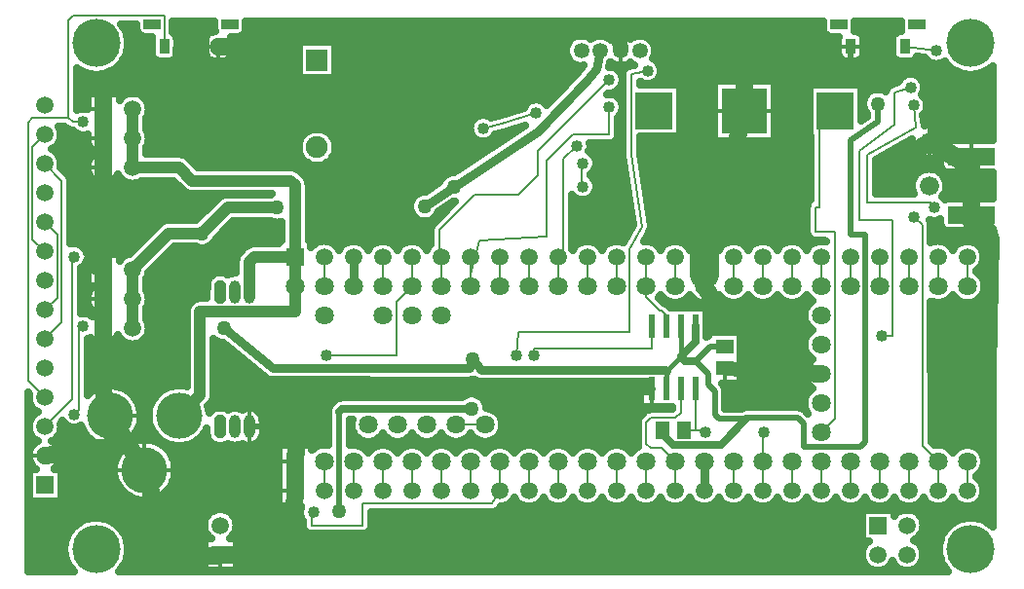
<source format=gbl>
G04 DipTrace 3.0.0.2*
G04 Teensy3.6TouchDisplayLoRa.gbl*
%MOIN*%
G04 #@! TF.FileFunction,Copper,L2,Bot*
G04 #@! TF.Part,Single*
%AMOUTLINE0*
4,1,4,
-0.0175,0.025,
-0.0175,-0.025,
0.0175,-0.025,
0.0175,0.025,
-0.0175,0.025,
0*%
%AMOUTLINE3*
4,1,4,
0.0285,0.0155,
-0.0285,0.0155,
-0.0285,-0.0155,
0.0285,-0.0155,
0.0285,0.0155,
0*%
%AMOUTLINE4*
4,1,8,
-0.019685,-0.029528,
-0.009843,-0.03937,
0.009843,-0.03937,
0.019685,-0.029528,
0.019685,0.029528,
0.009843,0.03937,
-0.009843,0.03937,
-0.019685,0.029528,
-0.019685,-0.029528,
0*%
%AMOUTLINE9*
4,1,4,
0.08,-0.03,
0.08,0.03,
-0.08,0.03,
-0.08,-0.03,
0.08,-0.03,
0*%
G04 #@! TA.AperFunction,ViaPad*
%ADD13C,0.04*%
G04 #@! TA.AperFunction,CopperBalancing*
%ADD14C,0.025*%
G04 #@! TA.AperFunction,Conductor*
%ADD15C,0.03*%
%ADD16C,0.02*%
%ADD17C,0.015*%
%ADD18C,0.008*%
%ADD19C,0.06*%
%ADD20C,0.059055*%
%ADD21C,0.1*%
%ADD22C,0.051181*%
%ADD23C,0.023622*%
%ADD26C,0.05315*%
G04 #@! TA.AperFunction,ViaPad*
%ADD29C,0.05*%
G04 #@! TA.AperFunction,CopperBalancing*
%ADD30C,0.013*%
G04 #@! TA.AperFunction,ComponentPad*
%ADD31C,0.066*%
%ADD32R,0.051181X0.059055*%
%ADD33R,0.059055X0.051181*%
G04 #@! TA.AperFunction,ComponentPad*
%ADD36C,0.15748*%
%ADD37R,0.059055X0.059055*%
%ADD38C,0.059055*%
%ADD40C,0.05315*%
%ADD42O,0.03937X0.07874*%
%ADD43R,0.074803X0.074803*%
%ADD44C,0.074803*%
%ADD46R,0.064173X0.064173*%
%ADD47C,0.064173*%
%ADD48R,0.023622X0.07874*%
%ADD53R,0.156X0.156*%
%ADD54R,0.125X0.125*%
G04 #@! TA.AperFunction,ViaPad*
%ADD56C,0.165*%
%ADD113OUTLINE0*%
%ADD116OUTLINE3*%
G04 #@! TA.AperFunction,ComponentPad*
%ADD117OUTLINE4*%
%ADD122OUTLINE9*%
%FSLAX26Y26*%
G04*
G70*
G90*
G75*
G01*
G04 Bottom*
%LPD*%
X793701Y1468701D2*
D13*
Y1368701D1*
Y1268701D1*
X1287357Y1681066D2*
X1118625D1*
X1031134Y1593575D1*
X918575D1*
X793701Y1468701D1*
X2818701Y1206103D2*
D16*
X2770103D1*
X2719701Y1155701D1*
X2762202Y1113200D1*
Y1077200D1*
X2785701Y1053701D1*
Y973701D1*
X2801701Y957701D1*
X2894998D1*
Y962391D1*
X3069011D1*
X3089701Y941701D1*
Y862402D1*
X3284402D1*
X3299646Y877646D1*
Y1588433D1*
X3249651D1*
Y1912292D1*
X3343391Y1974785D1*
Y2037278D1*
X2668701Y1275000D2*
D17*
Y1170701D1*
X2618701Y1120701D1*
Y1062402D1*
X2606299Y918701D2*
D14*
Y905816D1*
X2643465Y868651D1*
X2805948D1*
X2894998Y957701D1*
X2719701Y1155701D2*
X2683701D1*
X2668701Y1170701D1*
X2718701Y1220701D1*
Y1275000D1*
X1953701Y993701D2*
X1511701D1*
X1499835Y981835D1*
D16*
Y643675D1*
X1956037Y1162370D2*
D15*
X1987284Y1124874D1*
X2612499D1*
X2618701Y1120701D1*
X1793583Y1685209D2*
X1892630Y1751251D1*
X2181013Y1943538D1*
X2343496Y2112271D1*
X2380992Y2156016D1*
X2393701Y2218701D1*
X1106126Y1268701D2*
X1274858Y1131124D1*
X1948226D1*
X1956037Y1162370D1*
X2749950Y812454D2*
Y712454D1*
X1549950Y1512454D2*
Y1412454D1*
X1449950Y1512454D2*
D18*
Y1412454D1*
Y812454D2*
Y712454D1*
X1549950Y812454D2*
Y712454D1*
X1849950Y812454D2*
Y712454D1*
X2349950Y812454D2*
Y712454D1*
X2449950Y812454D2*
Y712454D1*
X2549950Y812454D2*
Y712454D1*
X2649950Y1512454D2*
Y1412454D1*
X2349950Y1512454D2*
Y1412454D1*
X2149950Y1512454D2*
Y1412454D1*
X2049950Y1512454D2*
Y1412454D1*
X2849950Y812454D2*
Y712454D1*
X2949950Y812454D2*
Y712454D1*
X2753701Y913701D2*
X2748701Y918701D1*
X2718701D1*
Y1062402D1*
X2949950Y812454D2*
Y909950D1*
X2953701Y913701D1*
X2718701Y918701D2*
X2681103D1*
X3049950Y812454D2*
Y712454D1*
X3149950Y812454D2*
Y712454D1*
X3249950Y812454D2*
Y712454D1*
X3349950Y812454D2*
Y712454D1*
X3449950Y812454D2*
Y712454D1*
X3349950Y1512454D2*
Y1412454D1*
X3149950Y1512454D2*
Y1412454D1*
X2649950Y812454D2*
Y712454D1*
Y812454D2*
X2604704Y857701D1*
X2567701D1*
X2551701Y873701D1*
Y945701D1*
X2567701Y961701D1*
X2651701D1*
X2668701Y978701D1*
Y1062402D1*
X493701Y1531701D2*
X451701Y1573701D1*
Y1889701D1*
X493701Y1931701D1*
X2549950Y1512454D2*
Y1412454D1*
Y1374622D1*
X2596872Y1327701D1*
X2603121D1*
X2618701Y1312121D1*
Y1275000D1*
X493701Y1631701D2*
X535701Y1589701D1*
Y1373701D1*
X493701Y1331701D1*
X2449950Y1512454D2*
Y1412454D1*
X593701Y1513701D2*
X587059Y1508727D1*
Y1025059D1*
X493701Y931701D1*
X2249950Y1512454D2*
Y1412454D1*
Y1512454D2*
X2268504D1*
Y1848504D1*
X2313701Y1893701D1*
X1649950Y812454D2*
Y712454D1*
X3355890Y1243612D2*
X3393386D1*
Y1638963D1*
X3280898D1*
Y1874795D1*
X3400075Y1964456D1*
Y2074921D1*
X3455879Y2093523D1*
X1949950Y1512454D2*
Y1412454D1*
Y1512454D2*
Y1453065D1*
X1981034Y1568578D1*
X2211517Y1580998D1*
Y1842806D1*
X2299751Y1931040D1*
X2424738D1*
Y2024780D1*
X1849950Y1512454D2*
Y1412454D1*
Y1512454D2*
X1843549Y1506053D1*
Y1606074D1*
X1962286Y1724811D1*
X2112271D1*
X2181013Y1793554D1*
Y1874795D1*
X2424738Y2118520D1*
X1749950Y1512454D2*
Y1412454D1*
X1695701Y1358205D1*
Y1174869D1*
X1456089D1*
X1649950Y1512454D2*
Y1412454D1*
X1749950Y812454D2*
Y712454D1*
X3549950Y812454D2*
Y712454D1*
Y812454D2*
X3495701Y866704D1*
Y1622496D1*
X3468378Y1649819D1*
X3649950Y812454D2*
Y712454D1*
Y1512454D2*
Y1412454D1*
X3549950Y1512454D2*
Y1412454D1*
X3449950Y1512454D2*
Y1412454D1*
X3249950Y1512454D2*
Y1412454D1*
X3049950Y1512454D2*
Y1412454D1*
X1949950Y812454D2*
Y712454D1*
X2106021Y1175954D2*
X2112271Y1256110D1*
X2493481D1*
Y1539062D1*
X2537828Y1615873D1*
X2499730Y1862297D1*
Y2137551D1*
X2555974Y2149767D1*
X2049950Y812454D2*
Y712454D1*
X1412344Y637425D2*
X1406095D1*
Y593680D1*
X1581076D1*
Y668672D1*
X2024780D1*
X2049950Y712454D1*
X2149950Y812454D2*
Y712454D1*
X2168515Y1174869D2*
Y1199866D1*
X2568701D1*
Y1275000D1*
X493701Y1231701D2*
X551701Y1289701D1*
Y1773701D1*
X493701Y1831701D1*
X2249950Y812454D2*
Y712454D1*
X2949950Y1512454D2*
Y1412454D1*
X2849950Y1512454D2*
Y1412454D1*
X1349950Y812454D2*
D19*
Y771982D1*
D20*
Y712454D1*
X2749950Y1512454D2*
D21*
Y1452927D1*
D19*
Y1412454D1*
X716851Y968701D2*
X777603Y873524D1*
X834961Y783662D1*
X931145Y481192D1*
X1084276Y490204D1*
D20*
X1093701Y493701D1*
X1203105Y489864D1*
D19*
X1337352Y481192D1*
X1344727Y616588D1*
Y634987D1*
X1346713Y653015D1*
D20*
X1349950Y712454D1*
X3663702Y1856200D2*
D19*
Y1829504D1*
Y1819746D1*
Y1656200D1*
D15*
X3718352Y1549830D1*
Y978814D1*
Y649924D1*
X3187956D1*
Y501899D1*
X3063756D1*
X1373251Y486810D1*
X1344727Y634987D1*
X493701Y831701D2*
D20*
X552593Y840377D1*
D19*
X777603Y873524D1*
X693701Y1268701D2*
D20*
Y1368701D1*
Y1468701D1*
Y1818701D2*
Y1918701D1*
Y2018701D1*
Y2082414D1*
D19*
X828130Y2143517D1*
X1218614D1*
X1235454Y2213701D1*
Y2233701D1*
X1245992Y2287252D1*
X2249756D1*
X2460566D1*
X2887457D1*
Y2299751D1*
X3062171D1*
Y2137268D1*
X3251211D1*
Y2156016D1*
X3518373D1*
X3547059Y2127330D1*
Y1906200D1*
X3518701D1*
X3663702Y1819746D1*
X2887457Y2013692D2*
Y2287252D1*
X2818701Y1131299D2*
D22*
X2878133Y1127919D1*
D19*
X3041134Y1118645D1*
X3149950Y1112454D1*
X2749950Y1512454D2*
D20*
X2771412Y1567978D1*
D19*
X2887457Y2013692D1*
X2749950Y1412454D2*
X2793449Y1343601D1*
X3055921Y1243612D1*
X3041134Y1118645D1*
X1349950Y812454D2*
X1359116Y931145D1*
Y1068630D1*
X2549725D1*
D23*
X2568701Y1062402D1*
X2463701Y2218701D2*
D26*
X2460566Y2256076D1*
D19*
Y2287252D1*
X2249756Y2181013D2*
Y2287252D1*
X3349641Y1799803D2*
D13*
X3377687Y1817477D1*
D19*
X3518701Y1906200D1*
X1693701Y1613701D2*
D13*
Y1663701D1*
D19*
Y1843701D1*
D13*
X1656068D1*
Y1899793D1*
Y1943701D1*
D19*
X1693701D1*
Y2223701D1*
D13*
Y2273701D1*
X1193617Y2293502D2*
X1255650D1*
D19*
Y2143517D1*
X1218614D1*
X3518701Y1906200D2*
X3663702Y1829504D1*
Y1656200D2*
Y1629185D1*
X3730851Y1574827D1*
X3718352Y978814D1*
X3724601Y1599824D2*
X3723819Y1540437D1*
D15*
X3718352Y1549830D1*
X668672Y1649819D2*
D13*
Y1468701D1*
X693701D1*
Y1818701D2*
D20*
Y1759173D1*
D19*
X699919D1*
Y1528229D1*
D20*
X693701D1*
Y1468701D1*
X1193701Y931145D2*
D16*
X1359116D1*
X693701Y1268701D2*
D20*
X689295Y1209336D1*
D19*
X681171Y1099877D1*
X716851Y968701D1*
X1087378Y2233701D2*
X1235454D1*
X3251211D2*
D16*
Y2156016D1*
X1899950Y937454D2*
D18*
X1999950D1*
X593701Y973701D2*
X609701Y989701D1*
Y1259633D1*
X624927Y1274858D1*
X2333701Y1753701D2*
X2329701Y1757701D1*
Y1829701D1*
X2333701Y1833701D1*
X1993701Y1953701D2*
X2056026Y1968536D1*
X2174764Y2006032D1*
X3537121Y1681066D2*
X3523276Y1700152D1*
X3305895D1*
Y1861722D1*
X3473061Y1955555D1*
X3465903Y2031122D1*
X3543370Y2218509D2*
X3436211Y2233701D1*
X493701Y1031701D2*
X435701Y1089701D1*
Y1973701D1*
X451701Y1989701D1*
X573701D1*
Y2323701D1*
X589701Y2339701D1*
X902378D1*
Y2233701D1*
X573701Y1989701D2*
X588617Y1974785D1*
X624927D1*
X3149950Y912454D2*
X3197457Y959961D1*
Y1598218D1*
X3130914D1*
Y1683780D1*
X3143412D1*
Y2013692D1*
X3197457D1*
X1349950Y1512454D2*
D13*
Y1412454D1*
X793701Y2018701D2*
Y1918701D1*
Y1818701D1*
X953071Y968701D2*
X1024885Y1040515D1*
Y1325774D1*
X1349950D1*
Y1412454D1*
X1193701Y1393701D2*
Y1496454D1*
X1209701Y1512454D1*
X1349950D1*
X793701Y1818701D2*
X953229D1*
X998229Y1773701D1*
X1333950D1*
X1349950Y1757701D1*
Y1512454D1*
D29*
X1793583Y1685209D3*
X1892630Y1751251D3*
X1106126Y1268701D3*
D13*
X2106021Y1175954D3*
X3724601Y1599824D3*
X3537121Y1681066D3*
X3465903Y2031122D3*
X3543370Y2218509D3*
D56*
X3661418Y511811D3*
X669292D3*
Y2244095D3*
X3661418D3*
D13*
X2249756Y2181013D3*
X1193617Y2293502D3*
X1656068Y1899793D3*
X1693701Y2273701D3*
X3349641Y1799803D3*
X1693701Y1613701D3*
D29*
X3343391Y2037278D3*
D13*
X2753701Y913701D3*
X2953701D3*
X593701Y1513701D3*
X2313701Y1893701D3*
X2424738Y2024780D3*
Y2118520D3*
X1456089Y1174869D3*
X3468378Y1649819D3*
X2555974Y2149767D3*
X2168515Y1174869D3*
X2333701Y1833701D3*
Y1753701D3*
X2174764Y2006032D3*
X1993701Y1953701D3*
X3455879Y2093523D3*
X3355890Y1243612D3*
X668672Y1649819D3*
D29*
X1499835Y643675D3*
X1953701Y993701D3*
X1956037Y1162370D3*
X1031134Y1593575D3*
X1287357Y1681066D3*
D13*
X1412344Y637425D3*
X624927Y1974785D3*
Y1274858D3*
X593701Y973701D3*
X767143Y2294836D2*
D14*
X805406D1*
X934379D2*
X1071372D1*
X1184379D2*
X3154234D1*
X3267192D2*
X3420248D1*
X776664Y2269967D2*
X819370D1*
X945219D2*
X1044516D1*
X1170415D2*
X2317075D1*
X2340336D2*
X2382066D1*
X2405327D2*
X2452084D1*
X2475343D2*
X2517075D1*
X2540336D2*
X3168198D1*
X3294096D2*
X3393344D1*
X779790Y2245099D2*
X856870D1*
X947856D2*
X1041879D1*
X1132866D2*
X1359555D1*
X1490336D2*
X2281332D1*
X2576079D2*
X3205747D1*
X3296684D2*
X3390708D1*
X777104Y2220230D2*
X856870D1*
X947856D2*
X1041879D1*
X1132866D2*
X1359555D1*
X1490336D2*
X2274155D1*
X2583256D2*
X3205747D1*
X3296684D2*
X3390708D1*
X768168Y2195361D2*
X860679D1*
X944096D2*
X1045639D1*
X1129107D2*
X1359555D1*
X1490336D2*
X2279672D1*
X2577739D2*
X3209507D1*
X3292924D2*
X3394516D1*
X3477935D2*
X3494066D1*
X750835Y2170492D2*
X1359555D1*
X1490336D2*
X2306528D1*
X2427739D2*
X2441481D1*
X2485894D2*
X2506528D1*
X2598979D2*
X3579868D1*
X605668Y2145624D2*
X622446D1*
X716167D2*
X1359555D1*
X1490336D2*
X2316244D1*
X2603764D2*
X3614584D1*
X3708256D2*
X3734507D1*
X605668Y2120755D2*
X2292954D1*
X2593511D2*
X3416928D1*
X3494828D2*
X3734507D1*
X605668Y2095886D2*
X2269028D1*
X2667974D2*
X2781479D1*
X2993462D2*
X3106967D1*
X3287944D2*
X3376840D1*
X3503814D2*
X3734507D1*
X605668Y2071017D2*
X636167D1*
X751226D2*
X774155D1*
X813238D2*
X2245054D1*
X2421440D2*
X2467759D1*
X2667974D2*
X2781479D1*
X2993462D2*
X3106967D1*
X3287944D2*
X3303306D1*
X3497906D2*
X3734507D1*
X605668Y2046149D2*
X636167D1*
X843902D2*
X2150815D1*
X2198735D2*
X2221128D1*
X2667974D2*
X2781479D1*
X2993462D2*
X3106967D1*
X3511332D2*
X3734507D1*
X605668Y2021280D2*
X636167D1*
X851176D2*
X2122642D1*
X2667974D2*
X2781479D1*
X2993462D2*
X3106967D1*
X3512847D2*
X3734507D1*
X846490Y1996411D2*
X1975523D1*
X2011870D2*
X2043295D1*
X2667974D2*
X2781479D1*
X2993462D2*
X3106967D1*
X3287944D2*
X3305406D1*
X3501323D2*
X3734507D1*
X841704Y1971542D2*
X1949351D1*
X2667974D2*
X2781479D1*
X2993462D2*
X3106967D1*
X3503667D2*
X3734507D1*
X549175Y1946673D2*
X577231D1*
X843608D2*
X1400180D1*
X1449711D2*
X1946226D1*
X2087211D2*
X2110239D1*
X2667974D2*
X2781479D1*
X2993462D2*
X3106967D1*
X3563432D2*
X3734507D1*
X550347Y1921805D2*
X636264D1*
X851128D2*
X1369516D1*
X1480376D2*
X1958774D1*
X2028667D2*
X2072935D1*
X2531694D2*
X2781479D1*
X2993462D2*
X3111411D1*
X3577592D2*
X3734507D1*
X538872Y1896936D2*
X640659D1*
X846734D2*
X1360191D1*
X1489702D2*
X2035630D1*
X2361576D2*
X2467759D1*
X2531694D2*
X3111411D1*
X3431352D2*
X3458432D1*
X533599Y1872067D2*
X661996D1*
X841704D2*
X1361558D1*
X1488335D2*
X1998326D1*
X2360650D2*
X2467759D1*
X2531694D2*
X3111411D1*
X3387066D2*
X3468687D1*
X548979Y1847198D2*
X644126D1*
X991558D2*
X1374448D1*
X1475444D2*
X1961070D1*
X2379643D2*
X2469711D1*
X2534379D2*
X3111411D1*
X3342778D2*
X3555698D1*
X550444Y1822330D2*
X636314D1*
X1016411D2*
X1923764D1*
X2380278D2*
X2473570D1*
X2538238D2*
X3111411D1*
X3337895D2*
X3555991D1*
X572124Y1797461D2*
X640415D1*
X1377007D2*
X1869760D1*
X2363726D2*
X2477427D1*
X2542095D2*
X3111411D1*
X3337895D2*
X3474742D1*
X3562651D2*
X3734507D1*
X583696Y1772592D2*
X661167D1*
X726226D2*
X761167D1*
X826226D2*
X932504D1*
X1395415D2*
X1844370D1*
X2377592D2*
X2481284D1*
X2545952D2*
X3111411D1*
X3337895D2*
X3460044D1*
X3577348D2*
X3734507D1*
X583696Y1747723D2*
X957358D1*
X1397954D2*
X1811851D1*
X2381303D2*
X2485092D1*
X2549760D2*
X3111411D1*
X3337895D2*
X3458335D1*
X3579107D2*
X3734507D1*
X583696Y1722855D2*
X1098179D1*
X1397954D2*
X1757407D1*
X2369634D2*
X2488950D1*
X2553618D2*
X3111411D1*
X3569243D2*
X3734507D1*
X583696Y1697986D2*
X1068735D1*
X1397954D2*
X1742222D1*
X2300492D2*
X2492807D1*
X2557475D2*
X3102574D1*
X583696Y1673117D2*
X1043832D1*
X1397954D2*
X1742075D1*
X1850932D2*
X1866391D1*
X2300492D2*
X2496664D1*
X2561332D2*
X3098911D1*
X583696Y1648248D2*
X1018979D1*
X1397954D2*
X1756675D1*
X2300492D2*
X2500474D1*
X2565142D2*
X3098911D1*
X583696Y1623379D2*
X881528D1*
X1127788D2*
X1301987D1*
X1397954D2*
X1817172D1*
X2300492D2*
X2504331D1*
X2568999D2*
X3098911D1*
X3527691D2*
X3555894D1*
X583696Y1598511D2*
X856675D1*
X1102886D2*
X1301987D1*
X1397954D2*
X1811558D1*
X2300492D2*
X2491244D1*
X2564360D2*
X3098911D1*
X3527691D2*
X3734507D1*
X583696Y1573642D2*
X831822D1*
X1080034D2*
X1301987D1*
X1397954D2*
X1811558D1*
X2300492D2*
X2476890D1*
X2550004D2*
X3112143D1*
X3527691D2*
X3734507D1*
X625200Y1548773D2*
X806967D1*
X1056939D2*
X1179819D1*
X3693803D2*
X3734507D1*
X640532Y1523904D2*
X782066D1*
X915727D2*
X1154916D1*
X3706255D2*
X3734507D1*
X890874Y1499036D2*
X1145786D1*
X3705815D2*
X3734507D1*
X619047Y1474167D2*
X636167D1*
X865971D2*
X1145738D1*
X3691996D2*
X3734507D1*
X619047Y1449298D2*
X636167D1*
X847710D2*
X1061558D1*
X3696684D2*
X3734507D1*
X619047Y1424429D2*
X636167D1*
X841704D2*
X1046079D1*
X3708794D2*
X3734507D1*
X619047Y1399561D2*
X645639D1*
X841752D2*
X1046030D1*
X3708599D2*
X3734507D1*
X619047Y1374692D2*
X636508D1*
X850883D2*
X1046030D1*
X3695903D2*
X3734507D1*
X619047Y1349823D2*
X639536D1*
X847906D2*
X983774D1*
X2625103D2*
X3103647D1*
X3527691D2*
X3734507D1*
X619047Y1324954D2*
X657798D1*
X841704D2*
X976890D1*
X2758500D2*
X3091244D1*
X3527691D2*
X3734507D1*
X841704Y1300086D2*
X976890D1*
X2758500D2*
X3091196D1*
X3527691D2*
X3734507D1*
X850835Y1275217D2*
X976890D1*
X2759184D2*
X3103500D1*
X3527691D2*
X3734507D1*
X848100Y1250348D2*
X976890D1*
X2876226D2*
X3104087D1*
X3527691D2*
X3734507D1*
X641704Y1225479D2*
X657112D1*
X730278D2*
X757163D1*
X830278D2*
X976890D1*
X2876226D2*
X3091343D1*
X3527691D2*
X3734507D1*
X641704Y1200610D2*
X976890D1*
X1072856D2*
X1123080D1*
X2876226D2*
X3091099D1*
X3527691D2*
X3734507D1*
X641704Y1175742D2*
X976890D1*
X1072856D2*
X1153550D1*
X2876226D2*
X3103062D1*
X3527691D2*
X3734507D1*
X641704Y1150873D2*
X976890D1*
X1072856D2*
X1184067D1*
X2876226D2*
X3104575D1*
X3527691D2*
X3734507D1*
X641704Y1126004D2*
X976890D1*
X1072856D2*
X1214584D1*
X2876226D2*
X3091490D1*
X3527691D2*
X3734507D1*
X641704Y1101135D2*
X976890D1*
X1072856D2*
X1245054D1*
X2876226D2*
X3091000D1*
X3527691D2*
X3734507D1*
X641704Y1076267D2*
X976890D1*
X1072856D2*
X2528891D1*
X2815580D2*
X3102671D1*
X3527691D2*
X3734507D1*
X782818Y1051398D2*
X887095D1*
X1072856D2*
X2528891D1*
X2823687D2*
X3105015D1*
X3527691D2*
X3734507D1*
X806059Y1026529D2*
X863852D1*
X1070659D2*
X1490074D1*
X1994584D2*
X2528891D1*
X2823687D2*
X3091587D1*
X3527691D2*
X3734507D1*
X818267Y1001660D2*
X851694D1*
X1054448D2*
X1464927D1*
X2006059D2*
X2528891D1*
X2823687D2*
X3090903D1*
X3527691D2*
X3734507D1*
X438701Y976792D2*
X459654D1*
X823295D2*
X846664D1*
X1233159D2*
X1459702D1*
X2044487D2*
X2538608D1*
X3527691D2*
X3734507D1*
X822222Y951923D2*
X847691D1*
X1241362D2*
X1461851D1*
X2058208D2*
X2520395D1*
X3527691D2*
X3734507D1*
X551030Y927054D2*
X618784D1*
X814898D2*
X855015D1*
X1241362D2*
X1461851D1*
X2059087D2*
X2519711D1*
X3527691D2*
X3734507D1*
X542631Y902185D2*
X634067D1*
X799614D2*
X870298D1*
X1240435D2*
X1461851D1*
X1537798D2*
X1551939D1*
X2047954D2*
X2519711D1*
X3527691D2*
X3734507D1*
X438701Y877316D2*
X460435D1*
X526958D2*
X664194D1*
X769487D2*
X786704D1*
X883208D2*
X900424D1*
X1005718D2*
X1059751D1*
X1225786D2*
X1461851D1*
X1537798D2*
X2519711D1*
X3529302D2*
X3734507D1*
X547172Y852448D2*
X754135D1*
X915776D2*
X1289878D1*
X3693902D2*
X3734507D1*
X551079Y827579D2*
X737924D1*
X931987D2*
X1289878D1*
X3708012D2*
X3734507D1*
X542974Y802710D2*
X729966D1*
X939946D2*
X1289878D1*
X3709184D2*
X3734507D1*
X551226Y777841D2*
X728403D1*
X941558D2*
X1289878D1*
X3698491D2*
X3734507D1*
X551226Y752973D2*
X732847D1*
X937066D2*
X1292416D1*
X3689702D2*
X3734507D1*
X551226Y728104D2*
X744272D1*
X925639D2*
X1292416D1*
X3705230D2*
X3734507D1*
X551226Y703235D2*
X766147D1*
X903764D2*
X1292416D1*
X3706694D2*
X3734507D1*
X551226Y678366D2*
X1292416D1*
X3695659D2*
X3734507D1*
X438701Y653498D2*
X1367271D1*
X2052544D2*
X3734507D1*
X438701Y628629D2*
X1048667D1*
X1138726D2*
X1365219D1*
X1613042D2*
X3286167D1*
X3488726D2*
X3734507D1*
X438701Y603760D2*
X610142D1*
X728423D2*
X1037095D1*
X1150298D2*
X1374107D1*
X1613042D2*
X3286167D1*
X3500298D2*
X3602280D1*
X3720562D2*
X3734507D1*
X438701Y578891D2*
X582163D1*
X756450D2*
X1038218D1*
X1149175D2*
X1378062D1*
X1609087D2*
X3286167D1*
X3499175D2*
X3574252D1*
X438701Y554023D2*
X567368D1*
X771196D2*
X1053062D1*
X1134331D2*
X3286167D1*
X3484331D2*
X3559507D1*
X438701Y529154D2*
X560191D1*
X778374D2*
X1036167D1*
X1151226D2*
X3299107D1*
X3488286D2*
X3552328D1*
X438701Y504285D2*
X559067D1*
X779546D2*
X1036167D1*
X1151226D2*
X3287192D1*
X3500200D2*
X3551158D1*
X438701Y479416D2*
X563755D1*
X774810D2*
X1036167D1*
X1151226D2*
X3288071D1*
X3499322D2*
X3555894D1*
X438701Y454547D2*
X575230D1*
X763383D2*
X1036167D1*
X1151226D2*
X3302524D1*
X3384868D2*
X3402524D1*
X3484868D2*
X3567368D1*
X3577021Y1751610D2*
X3575584Y1742544D1*
X3572748Y1733813D1*
X3568580Y1725634D1*
X3563263Y1718306D1*
X3569294Y1713239D1*
X3572799Y1709246D1*
X3577748Y1710995D1*
X3583701Y1711700D1*
X3737032D1*
X3737028Y1800702D1*
X3581701Y1800778D1*
X3575822Y1801948D1*
X3570378Y1804457D1*
X3565670Y1808168D1*
X3561958Y1812876D1*
X3559449Y1818319D1*
X3558280Y1824198D1*
X3558214Y1862914D1*
X3551146Y1857521D1*
X3544655Y1853772D1*
X3537739Y1850885D1*
X3530511Y1848904D1*
X3523088Y1847865D1*
X3515595Y1847782D1*
X3508151Y1848659D1*
X3500881Y1850481D1*
X3493903Y1853215D1*
X3487332Y1856822D1*
X3481276Y1861238D1*
X3475835Y1866391D1*
X3471097Y1872198D1*
X3467141Y1878565D1*
X3464030Y1885383D1*
X3461818Y1892544D1*
X3460538Y1899928D1*
X3460214Y1907416D1*
X3460851Y1914894D1*
X3335366Y1844435D1*
X3335395Y1729642D1*
X3466578Y1729641D1*
X3463065Y1738122D1*
X3460921Y1747049D1*
X3460201Y1756200D1*
X3460921Y1765351D1*
X3463065Y1774277D1*
X3466578Y1782759D1*
X3471373Y1790586D1*
X3477335Y1797566D1*
X3484315Y1803528D1*
X3492142Y1808323D1*
X3500624Y1811836D1*
X3509550Y1813979D1*
X3518701Y1814700D1*
X3527852Y1813979D1*
X3536778Y1811836D1*
X3545260Y1808323D1*
X3553087Y1803528D1*
X3560067Y1797566D1*
X3566029Y1790586D1*
X3570824Y1782759D1*
X3574337Y1774277D1*
X3576481Y1765351D1*
X3577201Y1756200D1*
X3577021Y1751610D1*
X2776173Y1257193D2*
X2873729D1*
Y1080209D1*
X2809383D1*
X2814421Y1074567D1*
X2817332Y1069818D1*
X2819463Y1064671D1*
X2820764Y1059255D1*
X2821201Y1053701D1*
Y993202D1*
X2877433Y993201D1*
X2884028Y996154D1*
X2889444Y997454D1*
X2894998Y997891D1*
X3071795Y997782D1*
X3077298Y996911D1*
X3082596Y995189D1*
X3087559Y992660D1*
X3092066Y989386D1*
X3104437Y977171D1*
X3100849Y982365D1*
X3096747Y990416D1*
X3093954Y999011D1*
X3092541Y1007936D1*
Y1016973D1*
X3093954Y1025898D1*
X3096747Y1034492D1*
X3100849Y1042544D1*
X3106162Y1049853D1*
X3112551Y1056243D1*
X3119861Y1061555D1*
X3121418Y1062427D1*
X3113442Y1067919D1*
X3107967Y1073037D1*
X3103204Y1078824D1*
X3099232Y1085180D1*
X3096120Y1091998D1*
X3093919Y1099162D1*
X3092667Y1106551D1*
X3092386Y1114041D1*
X3093079Y1121503D1*
X3094736Y1128813D1*
X3097328Y1135844D1*
X3100811Y1142481D1*
X3105128Y1148608D1*
X3110202Y1154124D1*
X3115950Y1158932D1*
X3121386Y1162442D1*
X3112551Y1168666D1*
X3106162Y1175055D1*
X3100849Y1182365D1*
X3096747Y1190416D1*
X3093954Y1199011D1*
X3092541Y1207936D1*
Y1216973D1*
X3093954Y1225898D1*
X3096747Y1234492D1*
X3100849Y1242544D1*
X3106162Y1249853D1*
X3112551Y1256243D1*
X3119861Y1261555D1*
X3121418Y1262427D1*
X3116101Y1265866D1*
X3109230Y1271734D1*
X3103362Y1278605D1*
X3098641Y1286310D1*
X3095183Y1294659D1*
X3093072Y1303445D1*
X3092364Y1312454D1*
X3093072Y1321463D1*
X3095183Y1330250D1*
X3098641Y1338599D1*
X3103362Y1346303D1*
X3109230Y1353175D1*
X3116101Y1359042D1*
X3121418Y1362427D1*
X3116101Y1365866D1*
X3109230Y1371734D1*
X3103362Y1378605D1*
X3099978Y1383921D1*
X3096538Y1378605D1*
X3090671Y1371734D1*
X3083799Y1365866D1*
X3076095Y1361145D1*
X3067746Y1357687D1*
X3058960Y1355576D1*
X3049950Y1354868D1*
X3040941Y1355576D1*
X3032155Y1357687D1*
X3023806Y1361145D1*
X3016101Y1365866D1*
X3009230Y1371734D1*
X3003362Y1378605D1*
X2999978Y1383921D1*
X2996538Y1378605D1*
X2990671Y1371734D1*
X2983799Y1365866D1*
X2976095Y1361145D1*
X2967746Y1357687D1*
X2958960Y1355576D1*
X2949950Y1354868D1*
X2940941Y1355576D1*
X2932155Y1357687D1*
X2923806Y1361145D1*
X2916101Y1365866D1*
X2909230Y1371734D1*
X2903362Y1378605D1*
X2899978Y1383921D1*
X2896538Y1378605D1*
X2890671Y1371734D1*
X2883799Y1365866D1*
X2876095Y1361145D1*
X2867746Y1357687D1*
X2858960Y1355576D1*
X2849950Y1354868D1*
X2840941Y1355576D1*
X2832155Y1357687D1*
X2823806Y1361145D1*
X2816101Y1365866D1*
X2809230Y1371734D1*
X2803362Y1378605D1*
X2799898Y1383793D1*
X2795752Y1377549D1*
X2790831Y1371897D1*
X2785218Y1366931D1*
X2779007Y1362736D1*
X2772303Y1359383D1*
X2765222Y1356929D1*
X2757882Y1355416D1*
X2750407Y1354869D1*
X2742924Y1355298D1*
X2735562Y1356694D1*
X2728441Y1359036D1*
X2721687Y1362281D1*
X2715410Y1366377D1*
X2709718Y1371252D1*
X2704708Y1376827D1*
X2699958Y1383897D1*
X2696538Y1378605D1*
X2690671Y1371734D1*
X2683799Y1365866D1*
X2676095Y1361145D1*
X2667746Y1357687D1*
X2658960Y1355576D1*
X2649950Y1354868D1*
X2640941Y1355576D1*
X2632155Y1357687D1*
X2623806Y1361145D1*
X2616101Y1365866D1*
X2609230Y1371734D1*
X2603362Y1378605D1*
X2599978Y1383921D1*
X2596538Y1378605D1*
X2592529Y1373744D1*
X2610008Y1356386D1*
X2616513Y1353986D1*
X2622280Y1350133D1*
X2632647Y1339894D1*
X2756012Y1339870D1*
X2756234Y1280945D1*
X2756701Y1275000D1*
Y1238916D1*
X2762189Y1240696D1*
X2763673Y1242512D1*
Y1257193D1*
X2776173D1*
X3502044Y1962264D2*
X3510553Y1964129D1*
X3518026Y1964696D1*
X3525511Y1964302D1*
X3532883Y1962954D1*
X3540024Y1960675D1*
X3546814Y1957502D1*
X3553142Y1953487D1*
X3558906Y1948696D1*
X3564008Y1943206D1*
X3568368Y1937110D1*
X3571912Y1930505D1*
X3574583Y1923503D1*
X3576337Y1916217D1*
X3577012Y1910802D1*
X3581701Y1911621D1*
X3737032Y1911700D1*
X3737028Y2167012D1*
X3724898Y2156721D1*
X3717848Y2152009D1*
X3710449Y2147866D1*
X3702747Y2144315D1*
X3694792Y2141381D1*
X3686630Y2139079D1*
X3678313Y2137424D1*
X3669891Y2136428D1*
X3661418Y2136095D1*
X3652944Y2136428D1*
X3644523Y2137424D1*
X3636205Y2139079D1*
X3628044Y2141381D1*
X3620088Y2144315D1*
X3612386Y2147866D1*
X3604987Y2152009D1*
X3597937Y2156721D1*
X3591277Y2161971D1*
X3585050Y2167727D1*
X3579294Y2173954D1*
X3572222Y2183340D1*
X3567145Y2179714D1*
X3560782Y2176473D1*
X3553992Y2174267D1*
X3546940Y2173150D1*
X3539801D1*
X3532748Y2174267D1*
X3525958Y2176473D1*
X3519596Y2179714D1*
X3513820Y2183911D1*
X3508772Y2188960D1*
X3504956Y2194167D1*
X3476914Y2198135D1*
X3474341Y2193713D1*
X3470272Y2189310D1*
X3465289Y2185981D1*
X3459664Y2183906D1*
X3453711Y2183201D1*
X3414722Y2183515D1*
X3408953Y2185142D1*
X3403723Y2188071D1*
X3399320Y2192141D1*
X3395991Y2197124D1*
X3393916Y2202748D1*
X3393225Y2209037D1*
X3393290Y2260702D1*
X3394460Y2266582D1*
X3396969Y2272025D1*
X3400680Y2276732D1*
X3405387Y2280444D1*
X3410831Y2282953D1*
X3416710Y2284122D1*
X3424229Y2284201D1*
X3423025Y2288711D1*
X3422711Y2292701D1*
Y2319740D1*
X3264713Y2319705D1*
X3264398Y2288711D1*
X3263315Y2284418D1*
X3270713Y2284122D1*
X3276592Y2282953D1*
X3282036Y2280444D1*
X3286743Y2276732D1*
X3290454Y2272025D1*
X3292963Y2266582D1*
X3294133Y2260702D1*
X3294211Y2208701D1*
X3293507Y2202748D1*
X3291432Y2197124D1*
X3288101Y2192141D1*
X3283700Y2188071D1*
X3278470Y2185142D1*
X3272701Y2183515D1*
X3266211Y2183201D1*
X3229722Y2183515D1*
X3223953Y2185142D1*
X3218723Y2188071D1*
X3214322Y2192141D1*
X3210991Y2197124D1*
X3208916Y2202748D1*
X3208225Y2209037D1*
X3208290Y2260702D1*
X3209608Y2266984D1*
X3209460Y2266582D1*
X3209608Y2266984D1*
X3180210Y2267280D1*
X3174331Y2268449D1*
X3168887Y2270958D1*
X3164180Y2274670D1*
X3160469Y2279377D1*
X3157960Y2284820D1*
X3156790Y2290700D1*
X3156711Y2319740D1*
X1181900Y2319705D1*
X1181565Y2288711D1*
X1179937Y2282942D1*
X1177008Y2277713D1*
X1172939Y2273310D1*
X1167956Y2269981D1*
X1162331Y2267906D1*
X1156042Y2267214D1*
X1128887Y2267201D1*
X1130065Y2262691D1*
X1130378Y2253701D1*
X1130065Y2204711D1*
X1128437Y2198942D1*
X1125508Y2193713D1*
X1121439Y2189311D1*
X1116454Y2185981D1*
X1110831Y2183906D1*
X1104542Y2183214D1*
X1067877Y2183280D1*
X1061998Y2184449D1*
X1056554Y2186958D1*
X1051847Y2190670D1*
X1048135Y2195377D1*
X1045626Y2200820D1*
X1044457Y2206700D1*
X1044378Y2258701D1*
X1045083Y2264654D1*
X1047158Y2270277D1*
X1050488Y2275261D1*
X1054890Y2279331D1*
X1060120Y2282260D1*
X1065889Y2283887D1*
X1072378Y2284201D1*
X1075357D1*
X1074192Y2288711D1*
X1073878Y2292701D1*
Y2319740D1*
X931900Y2319705D1*
X931878Y2281156D1*
X936439Y2278092D1*
X940508Y2273689D1*
X943437Y2268460D1*
X945065Y2262691D1*
X945378Y2258701D1*
X945065Y2204711D1*
X943437Y2198942D1*
X940508Y2193713D1*
X936439Y2189310D1*
X931456Y2185981D1*
X925831Y2183906D1*
X919542Y2183214D1*
X882877Y2183280D1*
X876998Y2184449D1*
X871554Y2186958D1*
X866847Y2190670D1*
X863135Y2195377D1*
X860626Y2200820D1*
X859457Y2206700D1*
Y2260702D1*
X860774Y2266984D1*
X860626Y2266582D1*
X860774Y2266984D1*
X831377Y2267280D1*
X825498Y2268449D1*
X820054Y2270958D1*
X815347Y2274670D1*
X811635Y2279377D1*
X809126Y2284820D1*
X807957Y2290700D1*
X807878Y2310230D1*
X754673Y2310201D1*
X761377Y2300525D1*
X765520Y2293126D1*
X769071Y2285424D1*
X772005Y2277469D1*
X774307Y2269307D1*
X775962Y2260990D1*
X776958Y2252568D1*
X777292Y2244095D1*
X776958Y2235621D1*
X775962Y2227200D1*
X774307Y2218882D1*
X772005Y2210721D1*
X769071Y2202765D1*
X765520Y2195063D1*
X761377Y2187664D1*
X756666Y2180614D1*
X751415Y2173954D1*
X745659Y2167727D1*
X739432Y2161971D1*
X732772Y2156721D1*
X725722Y2152009D1*
X718323Y2147866D1*
X710621Y2144315D1*
X702666Y2141381D1*
X694504Y2139079D1*
X686187Y2137424D1*
X677765Y2136428D1*
X669292Y2136095D1*
X660818Y2136428D1*
X652397Y2137424D1*
X644079Y2139079D1*
X635918Y2141381D1*
X627962Y2144315D1*
X620260Y2147866D1*
X612861Y2152009D1*
X603184Y2158792D1*
X603201Y2014765D1*
X610866Y2018058D1*
X617809Y2019725D1*
X624927Y2020285D1*
X632045Y2019725D1*
X638679Y2018145D1*
X638673Y2073729D1*
X748729D1*
Y2050418D1*
X754790Y2057612D1*
X761357Y2063219D1*
X768719Y2067731D1*
X776697Y2071036D1*
X785093Y2073051D1*
X793701Y2073729D1*
X802309Y2073051D1*
X810705Y2071036D1*
X818683Y2067731D1*
X826045Y2063219D1*
X832612Y2057612D1*
X838219Y2051045D1*
X842731Y2043683D1*
X846036Y2035705D1*
X848051Y2027309D1*
X848729Y2018701D1*
X848051Y2010093D1*
X846036Y2001697D1*
X842731Y1993719D1*
X839185Y1987802D1*
X839201Y1949609D1*
X842731Y1943683D1*
X846036Y1935705D1*
X848051Y1927309D1*
X848729Y1918701D1*
X848051Y1910093D1*
X846036Y1901697D1*
X842731Y1893719D1*
X839185Y1887802D1*
X839201Y1864160D1*
X956798Y1864061D1*
X963851Y1862944D1*
X970641Y1860738D1*
X977003Y1857496D1*
X982778Y1853299D1*
X1017063Y1819213D1*
X1337520Y1819061D1*
X1344572Y1817944D1*
X1351362Y1815738D1*
X1357725Y1812496D1*
X1363500Y1808299D1*
X1382124Y1789874D1*
X1386760Y1784445D1*
X1390491Y1778357D1*
X1393223Y1771761D1*
X1394890Y1764819D1*
X1395450Y1757701D1*
Y1567516D1*
X1404978Y1567482D1*
Y1544191D1*
X1411040Y1551365D1*
X1417607Y1556973D1*
X1424969Y1561484D1*
X1432946Y1564789D1*
X1441343Y1566805D1*
X1449950Y1567482D1*
X1458558Y1566805D1*
X1466954Y1564789D1*
X1474932Y1561484D1*
X1482294Y1556973D1*
X1488861Y1551365D1*
X1494469Y1544798D1*
X1498981Y1537436D1*
X1499935Y1535368D1*
X1503032Y1541206D1*
X1508107Y1548192D1*
X1514213Y1554298D1*
X1521198Y1559373D1*
X1528893Y1563293D1*
X1537104Y1565961D1*
X1545633Y1567313D1*
X1554268D1*
X1562797Y1565961D1*
X1571008Y1563293D1*
X1578702Y1559373D1*
X1585688Y1554298D1*
X1591794Y1548192D1*
X1596869Y1541206D1*
X1599935Y1535368D1*
X1603032Y1541206D1*
X1608107Y1548192D1*
X1614213Y1554298D1*
X1621198Y1559373D1*
X1628893Y1563293D1*
X1637104Y1565961D1*
X1645633Y1567313D1*
X1654268D1*
X1662797Y1565961D1*
X1671008Y1563293D1*
X1678702Y1559373D1*
X1685688Y1554298D1*
X1691794Y1548192D1*
X1696869Y1541206D1*
X1699935Y1535368D1*
X1703032Y1541206D1*
X1708107Y1548192D1*
X1714213Y1554298D1*
X1721198Y1559373D1*
X1728893Y1563293D1*
X1737104Y1565961D1*
X1745633Y1567313D1*
X1754268D1*
X1762797Y1565961D1*
X1771008Y1563293D1*
X1778702Y1559373D1*
X1785688Y1554298D1*
X1791794Y1548192D1*
X1796869Y1541206D1*
X1799935Y1535368D1*
X1803032Y1541206D1*
X1808107Y1548192D1*
X1814051Y1554149D1*
X1814139Y1608389D1*
X1815492Y1615189D1*
X1818395Y1621487D1*
X1822689Y1626933D1*
X1822935Y1627160D1*
X1896592Y1700907D1*
X1890015Y1700853D1*
X1841120Y1668227D1*
X1838579Y1662282D1*
X1834439Y1655525D1*
X1829292Y1649500D1*
X1823267Y1644353D1*
X1816509Y1640213D1*
X1809188Y1637180D1*
X1801483Y1635331D1*
X1793583Y1634709D1*
X1785683Y1635331D1*
X1777978Y1637180D1*
X1770656Y1640213D1*
X1763899Y1644353D1*
X1757874Y1649500D1*
X1752727Y1655525D1*
X1748587Y1662282D1*
X1745554Y1669604D1*
X1743705Y1677309D1*
X1743083Y1685209D1*
X1743705Y1693109D1*
X1745554Y1700814D1*
X1748587Y1708135D1*
X1752727Y1714893D1*
X1757874Y1720918D1*
X1763899Y1726065D1*
X1770656Y1730205D1*
X1777978Y1733238D1*
X1785683Y1735087D1*
X1793583Y1735709D1*
X1796198Y1735607D1*
X1845093Y1768232D1*
X1847634Y1774177D1*
X1851774Y1780935D1*
X1856921Y1786960D1*
X1862946Y1792107D1*
X1869704Y1796247D1*
X1877025Y1799280D1*
X1884730Y1801129D1*
X1892630Y1801751D1*
X1895246Y1801649D1*
X2137924Y1963484D1*
X2062857Y1939837D1*
X2034214Y1933020D1*
X2030511Y1926957D1*
X2025874Y1921528D1*
X2020445Y1916891D1*
X2014357Y1913160D1*
X2007761Y1910428D1*
X2000819Y1908761D1*
X1993701Y1908201D1*
X1986583Y1908761D1*
X1979641Y1910428D1*
X1973045Y1913160D1*
X1966957Y1916891D1*
X1961528Y1921528D1*
X1956891Y1926957D1*
X1953160Y1933045D1*
X1950428Y1939641D1*
X1948761Y1946583D1*
X1948201Y1953701D1*
X1948761Y1960819D1*
X1950428Y1967761D1*
X1953160Y1974357D1*
X1956891Y1980445D1*
X1961528Y1985874D1*
X1966957Y1990511D1*
X1973045Y1994242D1*
X1979641Y1996974D1*
X1986583Y1998641D1*
X1993701Y1999201D1*
X2000819Y1998641D1*
X2007761Y1996974D1*
X2014357Y1994242D1*
X2020566Y1990416D1*
X2048332Y1997029D1*
X2132862Y2023736D1*
X2135969Y2029806D1*
X2140166Y2035582D1*
X2145214Y2040630D1*
X2150990Y2044827D1*
X2157352Y2048068D1*
X2164142Y2050274D1*
X2171194Y2051391D1*
X2178334D1*
X2185386Y2050274D1*
X2192176Y2048068D1*
X2198538Y2044827D1*
X2204314Y2040630D1*
X2209362Y2035582D1*
X2211202Y2033247D1*
X2313647Y2139660D1*
X2337373Y2167360D1*
X2328701Y2166626D1*
X2320555Y2167268D1*
X2312609Y2169175D1*
X2305059Y2172302D1*
X2298092Y2176571D1*
X2291878Y2181878D1*
X2286571Y2188092D1*
X2282302Y2195059D1*
X2279175Y2202609D1*
X2277268Y2210555D1*
X2276626Y2218701D1*
X2277268Y2226847D1*
X2279175Y2234793D1*
X2282302Y2242343D1*
X2286571Y2249310D1*
X2291878Y2255524D1*
X2298092Y2260831D1*
X2305059Y2265100D1*
X2312609Y2268227D1*
X2320555Y2270134D1*
X2328701Y2270776D1*
X2336847Y2270134D1*
X2344793Y2268227D1*
X2352343Y2265100D1*
X2359310Y2260831D1*
X2361179Y2259357D1*
X2366492Y2263103D1*
X2373773Y2266811D1*
X2381545Y2269337D1*
X2389616Y2270616D1*
X2397786D1*
X2405857Y2269337D1*
X2413629Y2266811D1*
X2420910Y2263103D1*
X2427521Y2258299D1*
X2428683Y2257226D1*
X2435002Y2262154D1*
X2441534Y2265823D1*
X2448528Y2268516D1*
X2455835Y2270179D1*
X2463305Y2270774D1*
X2470782Y2270292D1*
X2478113Y2268742D1*
X2485146Y2266155D1*
X2491735Y2262586D1*
X2496198Y2259379D1*
X2501492Y2263103D1*
X2508773Y2266811D1*
X2516545Y2269337D1*
X2524616Y2270616D1*
X2532786D1*
X2540857Y2269337D1*
X2548629Y2266811D1*
X2555910Y2263103D1*
X2562521Y2258299D1*
X2568299Y2252521D1*
X2573103Y2245910D1*
X2576811Y2238629D1*
X2579337Y2230857D1*
X2580616Y2222786D1*
Y2214616D1*
X2579337Y2206545D1*
X2576811Y2198773D1*
X2573386Y2191803D1*
X2579748Y2188562D1*
X2585524Y2184365D1*
X2590572Y2179316D1*
X2594769Y2173541D1*
X2598011Y2167179D1*
X2600217Y2160389D1*
X2601334Y2153336D1*
Y2146197D1*
X2600217Y2139145D1*
X2598011Y2132355D1*
X2594769Y2125992D1*
X2590572Y2120217D1*
X2585524Y2115168D1*
X2579748Y2110971D1*
X2573386Y2107730D1*
X2566596Y2105524D1*
X2559544Y2104407D1*
X2552404D1*
X2545352Y2105524D1*
X2538562Y2107730D1*
X2532200Y2110971D1*
X2529219Y2112965D1*
X2529230Y2101663D1*
X2665457Y2101701D1*
Y1925701D1*
X2529177D1*
X2529230Y1864456D1*
X2567246Y1618079D1*
X2566948Y1611151D1*
X2565041Y1604483D1*
X2557126Y1590297D1*
X2543771Y1567167D1*
X2554268Y1567313D1*
X2562797Y1565961D1*
X2571008Y1563293D1*
X2578702Y1559373D1*
X2585688Y1554298D1*
X2591794Y1548192D1*
X2596869Y1541206D1*
X2599935Y1535368D1*
X2603032Y1541206D1*
X2608107Y1548192D1*
X2614213Y1554298D1*
X2621198Y1559373D1*
X2628893Y1563293D1*
X2637104Y1565961D1*
X2645633Y1567313D1*
X2654268D1*
X2662797Y1565961D1*
X2671008Y1563293D1*
X2678702Y1559373D1*
X2685688Y1554298D1*
X2691794Y1548192D1*
X2696869Y1541206D1*
X2699935Y1535368D1*
X2704037Y1542786D1*
X2708584Y1548743D1*
X2713899Y1554028D1*
X2719882Y1558540D1*
X2726423Y1562198D1*
X2733399Y1564933D1*
X2740684Y1566696D1*
X2748139Y1567452D1*
X2755629Y1567188D1*
X2763013Y1565908D1*
X2770155Y1563638D1*
X2776923Y1560419D1*
X2783189Y1556309D1*
X2788840Y1551386D1*
X2793769Y1545740D1*
X2797885Y1539478D1*
X2799942Y1535432D1*
X2803032Y1541206D1*
X2808107Y1548192D1*
X2814213Y1554298D1*
X2821198Y1559373D1*
X2828893Y1563293D1*
X2837104Y1565961D1*
X2845633Y1567313D1*
X2854268D1*
X2862797Y1565961D1*
X2871008Y1563293D1*
X2878702Y1559373D1*
X2885688Y1554298D1*
X2891794Y1548192D1*
X2896869Y1541206D1*
X2899935Y1535368D1*
X2903032Y1541206D1*
X2908107Y1548192D1*
X2914213Y1554298D1*
X2921198Y1559373D1*
X2928893Y1563293D1*
X2937104Y1565961D1*
X2945633Y1567313D1*
X2954268D1*
X2962797Y1565961D1*
X2971008Y1563293D1*
X2978702Y1559373D1*
X2985688Y1554298D1*
X2991794Y1548192D1*
X2996869Y1541206D1*
X2999935Y1535368D1*
X3003032Y1541206D1*
X3008107Y1548192D1*
X3014213Y1554298D1*
X3021198Y1559373D1*
X3028893Y1563293D1*
X3037104Y1565961D1*
X3045633Y1567313D1*
X3054268D1*
X3062797Y1565961D1*
X3071008Y1563293D1*
X3078702Y1559373D1*
X3085688Y1554298D1*
X3091794Y1548192D1*
X3096869Y1541206D1*
X3099935Y1535368D1*
X3103032Y1541206D1*
X3108107Y1548192D1*
X3114213Y1554298D1*
X3121198Y1559373D1*
X3128893Y1563293D1*
X3137104Y1565961D1*
X3145633Y1567313D1*
X3154268D1*
X3162797Y1565961D1*
X3167984Y1564408D1*
X3159957Y1568718D1*
X3128599Y1568809D1*
X3121798Y1570162D1*
X3115500Y1573065D1*
X3110054Y1577358D1*
X3105760Y1582805D1*
X3102857Y1589103D1*
X3101504Y1595903D1*
X3101414Y1683780D1*
X3102229Y1690667D1*
X3104629Y1697172D1*
X3108482Y1702939D1*
X3113574Y1707646D1*
X3113912Y1707872D1*
X3113574Y1707646D1*
X3113912Y1708780D1*
Y1925723D1*
X3109457Y1925701D1*
Y2101701D1*
X3285457D1*
Y1978801D1*
X3307923Y1993806D1*
X3307683Y2001570D1*
X3302536Y2007595D1*
X3298395Y2014352D1*
X3295362Y2021673D1*
X3293513Y2029378D1*
X3292891Y2037278D1*
X3293513Y2045179D1*
X3295362Y2052883D1*
X3298395Y2060205D1*
X3302536Y2066962D1*
X3307683Y2072987D1*
X3313708Y2078134D1*
X3320465Y2082274D1*
X3327786Y2085307D1*
X3335491Y2087156D1*
X3343391Y2087778D1*
X3351292Y2087156D1*
X3358996Y2085307D1*
X3366318Y2082274D1*
X3370949Y2079554D1*
X3372735Y2086003D1*
X3376078Y2092079D1*
X3380747Y2097208D1*
X3386483Y2101104D1*
X3390747Y2102907D1*
X3413843Y2110935D1*
X3417084Y2117297D1*
X3421281Y2123072D1*
X3426330Y2128121D1*
X3432105Y2132318D1*
X3438467Y2135559D1*
X3445257Y2137765D1*
X3452310Y2138882D1*
X3459449D1*
X3466502Y2137765D1*
X3473292Y2135559D1*
X3479654Y2132318D1*
X3485429Y2128121D1*
X3490478Y2123072D1*
X3494675Y2117297D1*
X3497916Y2110935D1*
X3500122Y2104145D1*
X3501239Y2097092D1*
Y2089953D1*
X3500122Y2082900D1*
X3497916Y2076110D1*
X3494675Y2069748D1*
X3493193Y2067533D1*
X3498076Y2063295D1*
X3502713Y2057866D1*
X3506444Y2051778D1*
X3509176Y2045183D1*
X3510843Y2038240D1*
X3511403Y2031122D1*
X3510843Y2024004D1*
X3509176Y2017062D1*
X3506444Y2010466D1*
X3502713Y2004378D1*
X3498521Y1999431D1*
X3502054Y1962301D1*
X1048533Y926981D2*
X1041950Y914235D1*
X1037403Y907431D1*
X1032336Y901003D1*
X1026780Y894992D1*
X1020769Y889436D1*
X1014341Y884369D1*
X1007537Y879822D1*
X1000395Y875822D1*
X992962Y872395D1*
X985284Y869563D1*
X977406Y867341D1*
X969378Y865744D1*
X961250Y864782D1*
X953071Y864461D1*
X944893Y864782D1*
X936764Y865744D1*
X928736Y867341D1*
X920858Y869563D1*
X913180Y872395D1*
X905747Y875822D1*
X898605Y879822D1*
X891801Y884369D1*
X885373Y889436D1*
X879362Y894992D1*
X873806Y901003D1*
X868739Y907431D1*
X864192Y914235D1*
X860192Y921377D1*
X856765Y928810D1*
X853933Y936488D1*
X851711Y944366D1*
X850114Y952394D1*
X849152Y960523D1*
X848831Y968701D1*
X849152Y976879D1*
X850114Y985008D1*
X851711Y993036D1*
X853933Y1000914D1*
X856765Y1008592D1*
X860192Y1016025D1*
X864192Y1023167D1*
X868739Y1029971D1*
X873806Y1036399D1*
X879362Y1042410D1*
X885373Y1047966D1*
X891801Y1053033D1*
X898605Y1057580D1*
X905747Y1061580D1*
X913180Y1065007D1*
X920858Y1067839D1*
X928736Y1070061D1*
X936764Y1071658D1*
X944893Y1072620D1*
X953071Y1072941D1*
X961250Y1072620D1*
X969378Y1071658D1*
X979406Y1069496D1*
X979525Y1329344D1*
X980642Y1336397D1*
X982848Y1343187D1*
X986089Y1349549D1*
X990286Y1355324D1*
X995335Y1360373D1*
X1001110Y1364570D1*
X1007473Y1367811D1*
X1014263Y1370017D1*
X1021315Y1371134D1*
X1048566Y1371274D1*
X1048595Y1425230D1*
X1049764Y1431109D1*
X1052273Y1436553D1*
X1056231Y1441488D1*
X1068870Y1453701D1*
X1074100Y1456630D1*
X1079869Y1458257D1*
X1083858Y1458571D1*
X1107533Y1458257D1*
X1113302Y1456630D1*
X1118532Y1453701D1*
X1120420Y1452170D1*
X1126410Y1455131D1*
X1133152Y1457323D1*
X1140156Y1458432D1*
X1148223Y1458316D1*
X1148341Y1500024D1*
X1149458Y1507076D1*
X1151664Y1513866D1*
X1154906Y1520229D1*
X1159103Y1526004D1*
X1177528Y1544628D1*
X1182957Y1549264D1*
X1189045Y1552995D1*
X1195641Y1555727D1*
X1202583Y1557394D1*
X1209701Y1557954D1*
X1294906D1*
X1294923Y1567482D1*
X1304444D1*
X1304450Y1633499D1*
X1295257Y1631188D1*
X1287357Y1630566D1*
X1279457Y1631188D1*
X1271752Y1633037D1*
X1265486Y1635584D1*
X1137406Y1635566D1*
X1078810Y1576904D1*
X1076130Y1570649D1*
X1071990Y1563891D1*
X1066843Y1557866D1*
X1060818Y1552719D1*
X1054061Y1548579D1*
X1046739Y1545546D1*
X1039034Y1543697D1*
X1031134Y1543075D1*
X1023234Y1543697D1*
X1015529Y1545546D1*
X1009263Y1548093D1*
X937433Y1548075D1*
X847755Y1458408D1*
X846036Y1451697D1*
X842731Y1443719D1*
X839185Y1437802D1*
X839201Y1399609D1*
X842731Y1393683D1*
X846036Y1385705D1*
X848051Y1377309D1*
X848729Y1368701D1*
X848051Y1360093D1*
X846036Y1351697D1*
X842731Y1343719D1*
X839185Y1337802D1*
X839201Y1299609D1*
X842731Y1293683D1*
X846036Y1285705D1*
X848051Y1277309D1*
X848729Y1268701D1*
X848051Y1260093D1*
X846036Y1251697D1*
X842731Y1243719D1*
X838219Y1236357D1*
X832612Y1229790D1*
X826045Y1224183D1*
X818683Y1219671D1*
X810705Y1216366D1*
X802309Y1214351D1*
X793701Y1213673D1*
X785093Y1214351D1*
X776697Y1216366D1*
X768719Y1219671D1*
X761357Y1224183D1*
X754790Y1229790D1*
X749183Y1236357D1*
X744671Y1243719D1*
X743717Y1245788D1*
X739407Y1238058D1*
X734819Y1232131D1*
X729469Y1226883D1*
X723456Y1222412D1*
X716890Y1218798D1*
X709895Y1216110D1*
X702599Y1214398D1*
X695138Y1213692D1*
X687650Y1214007D1*
X680274Y1215336D1*
X673149Y1217655D1*
X666403Y1220921D1*
X660164Y1225074D1*
X654547Y1230034D1*
X649187Y1236373D1*
X642339Y1232822D1*
X639184Y1231658D1*
X639201Y1038295D1*
X647243Y1046294D1*
X657025Y1054065D1*
X667667Y1060608D1*
X679015Y1065832D1*
X690906Y1069660D1*
X703170Y1072040D1*
X715630Y1072935D1*
X728108Y1072331D1*
X740424Y1070240D1*
X752402Y1066692D1*
X763869Y1061735D1*
X774662Y1055441D1*
X784622Y1047903D1*
X793610Y1039227D1*
X801496Y1029537D1*
X808167Y1018975D1*
X813525Y1007689D1*
X817495Y995845D1*
X820019Y983610D1*
X821062Y971162D1*
X820612Y958717D1*
X818672Y946376D1*
X815271Y934355D1*
X810454Y922828D1*
X804294Y911960D1*
X796878Y901906D1*
X788314Y892813D1*
X778722Y884809D1*
X768242Y878009D1*
X757024Y872513D1*
X745229Y868398D1*
X733025Y865723D1*
X720589Y864528D1*
X708101Y864828D1*
X695738Y866621D1*
X683677Y869879D1*
X672095Y874558D1*
X661154Y880588D1*
X651013Y887883D1*
X641818Y896340D1*
X633700Y905836D1*
X626777Y916235D1*
X621147Y927387D1*
X618112Y935309D1*
X611113Y931664D1*
X604323Y929458D1*
X597271Y928341D1*
X590131D1*
X583079Y929458D1*
X576289Y931664D1*
X569927Y934906D1*
X564151Y939103D1*
X559103Y944151D1*
X554449Y950743D1*
X548051Y940309D1*
X548729Y931701D1*
X548051Y923093D1*
X546036Y914697D1*
X542731Y906719D1*
X538219Y899357D1*
X532612Y892790D1*
X526045Y887183D1*
X518683Y882671D1*
X516614Y881717D1*
X522823Y878390D1*
X528898Y874000D1*
X534318Y868826D1*
X538986Y862963D1*
X542814Y856520D1*
X545730Y849617D1*
X547683Y842381D1*
X548633Y834948D1*
X548502Y826708D1*
X547315Y819309D1*
X545134Y812138D1*
X541999Y805331D1*
X537967Y799013D1*
X533116Y793302D1*
X527533Y788302D1*
X525406Y786729D1*
X548729D1*
Y676673D1*
X438673D1*
Y786729D1*
X461965D1*
X454547Y793034D1*
X449658Y798713D1*
X445584Y805004D1*
X442402Y811789D1*
X440172Y818944D1*
X438936Y826335D1*
X438714Y833826D1*
X439513Y841278D1*
X441316Y848551D1*
X444092Y855513D1*
X447788Y862033D1*
X452335Y867990D1*
X457650Y873274D1*
X463633Y877786D1*
X470735Y881696D1*
X464949Y884782D1*
X457963Y889857D1*
X451857Y895963D1*
X446782Y902949D1*
X442862Y910643D1*
X440194Y918855D1*
X438843Y927383D1*
Y936019D1*
X440194Y944547D1*
X442862Y952759D1*
X446782Y960453D1*
X451857Y967439D1*
X457963Y973545D1*
X464949Y978620D1*
X470788Y981685D1*
X464949Y984782D1*
X457963Y989857D1*
X451857Y995963D1*
X446782Y1002949D1*
X442862Y1010643D1*
X440194Y1018855D1*
X438843Y1027383D1*
Y1036019D1*
X440020Y1043670D1*
X436209Y1047474D1*
X436201Y436201D1*
X592206D1*
X581918Y448331D1*
X577206Y455381D1*
X573063Y462780D1*
X569512Y470482D1*
X566578Y478437D1*
X564276Y486599D1*
X562621Y494916D1*
X561625Y503337D1*
X561292Y511811D1*
X561625Y520285D1*
X562621Y528706D1*
X564276Y537024D1*
X566578Y545185D1*
X569512Y553141D1*
X573063Y560843D1*
X577206Y568242D1*
X581918Y575292D1*
X587168Y581952D1*
X592924Y588179D1*
X599151Y593935D1*
X605811Y599185D1*
X612861Y603897D1*
X620260Y608040D1*
X627962Y611591D1*
X635918Y614525D1*
X644079Y616827D1*
X652397Y618482D1*
X660818Y619478D1*
X669292Y619811D1*
X677765Y619478D1*
X686187Y618482D1*
X694504Y616827D1*
X702666Y614525D1*
X710621Y611591D1*
X718323Y608040D1*
X725722Y603897D1*
X732772Y599185D1*
X739432Y593935D1*
X745659Y588179D1*
X751415Y581952D1*
X756666Y575292D1*
X761377Y568242D1*
X765520Y560843D1*
X769071Y553141D1*
X772005Y545185D1*
X774307Y537024D1*
X775962Y528706D1*
X776958Y520285D1*
X777292Y511811D1*
X776958Y503337D1*
X775962Y494916D1*
X774307Y486599D1*
X772005Y478437D1*
X769071Y470482D1*
X765520Y462780D1*
X761377Y455381D1*
X756666Y448331D1*
X746356Y436198D1*
X3584297Y436201D1*
X3574044Y448331D1*
X3569332Y455381D1*
X3565189Y462780D1*
X3561638Y470482D1*
X3558704Y478437D1*
X3556402Y486599D1*
X3554747Y494916D1*
X3553751Y503337D1*
X3553418Y511811D1*
X3553751Y520285D1*
X3554747Y528706D1*
X3556402Y537024D1*
X3558704Y545185D1*
X3561638Y553141D1*
X3565189Y560843D1*
X3569332Y568242D1*
X3574044Y575292D1*
X3579294Y581952D1*
X3585050Y588179D1*
X3591277Y593935D1*
X3597937Y599185D1*
X3604987Y603897D1*
X3612386Y608040D1*
X3620088Y611591D1*
X3628044Y614525D1*
X3636205Y616827D1*
X3644523Y618482D1*
X3652944Y619478D1*
X3661418Y619811D1*
X3669891Y619478D1*
X3678313Y618482D1*
X3686630Y616827D1*
X3694792Y614525D1*
X3702747Y611591D1*
X3710449Y608040D1*
X3717848Y603897D1*
X3724898Y599185D1*
X3737030Y588876D1*
X3737028Y1600702D1*
X3581701Y1600778D1*
X3575822Y1601948D1*
X3570378Y1604457D1*
X3565670Y1608168D1*
X3561960Y1612876D1*
X3559449Y1618319D1*
X3558280Y1624198D1*
X3558201Y1640740D1*
X3551181Y1637793D1*
X3544239Y1636126D1*
X3537121Y1635566D1*
X3530003Y1636126D1*
X3523061Y1637793D1*
X3520246Y1638831D1*
X3522956Y1633785D1*
X3524837Y1627112D1*
X3525201Y1622496D1*
Y1561608D1*
X3532946Y1564789D1*
X3541343Y1566805D1*
X3549950Y1567482D1*
X3558558Y1566805D1*
X3566954Y1564789D1*
X3574932Y1561484D1*
X3582294Y1556973D1*
X3588861Y1551365D1*
X3594469Y1544798D1*
X3598981Y1537436D1*
X3599935Y1535368D1*
X3603032Y1541206D1*
X3608107Y1548192D1*
X3614213Y1554298D1*
X3621198Y1559373D1*
X3628893Y1563293D1*
X3637104Y1565961D1*
X3645633Y1567313D1*
X3654268D1*
X3662797Y1565961D1*
X3671008Y1563293D1*
X3678702Y1559373D1*
X3685688Y1554298D1*
X3691794Y1548192D1*
X3696869Y1541206D1*
X3700789Y1533512D1*
X3703457Y1525301D1*
X3704809Y1516772D1*
Y1508137D1*
X3703457Y1499608D1*
X3700789Y1491397D1*
X3696869Y1483702D1*
X3691794Y1476717D1*
X3685688Y1470610D1*
X3679446Y1466033D1*
X3679450Y1461918D1*
X3687349Y1456243D1*
X3693739Y1449853D1*
X3699051Y1442544D1*
X3703154Y1434492D1*
X3705946Y1425898D1*
X3707360Y1416973D1*
Y1407936D1*
X3705946Y1399011D1*
X3703154Y1390416D1*
X3699051Y1382365D1*
X3693739Y1375055D1*
X3687349Y1368666D1*
X3680040Y1363353D1*
X3671988Y1359251D1*
X3663394Y1356458D1*
X3654469Y1355045D1*
X3645432D1*
X3636507Y1356458D1*
X3627912Y1359251D1*
X3619861Y1363353D1*
X3612551Y1368666D1*
X3606162Y1375055D1*
X3600849Y1382365D1*
X3599978Y1383921D1*
X3596538Y1378605D1*
X3590671Y1371734D1*
X3583799Y1365866D1*
X3576095Y1361145D1*
X3567746Y1357687D1*
X3558960Y1355576D1*
X3549950Y1354868D1*
X3540941Y1355576D1*
X3532155Y1357687D1*
X3525202Y1360502D1*
X3525399Y878725D1*
X3535861Y868263D1*
X3545432Y869864D1*
X3554469D1*
X3563394Y868450D1*
X3571988Y865658D1*
X3580040Y861555D1*
X3587349Y856243D1*
X3593739Y849853D1*
X3599051Y842544D1*
X3599923Y840987D1*
X3603362Y846303D1*
X3609230Y853175D1*
X3616101Y859042D1*
X3623806Y863764D1*
X3632155Y867222D1*
X3640941Y869332D1*
X3649950Y870041D1*
X3658960Y869332D1*
X3667746Y867222D1*
X3676095Y863764D1*
X3683799Y859042D1*
X3690671Y853175D1*
X3696538Y846303D1*
X3701260Y838599D1*
X3704718Y830250D1*
X3706828Y821463D1*
X3707537Y812454D1*
X3706828Y803445D1*
X3704718Y794659D1*
X3701260Y786310D1*
X3696538Y778605D1*
X3690671Y771734D1*
X3683799Y765866D1*
X3679439Y763017D1*
X3679450Y758890D1*
X3685688Y754298D1*
X3691794Y748192D1*
X3696869Y741206D1*
X3700789Y733512D1*
X3703457Y725301D1*
X3704809Y716772D1*
Y708137D1*
X3703457Y699608D1*
X3700789Y691397D1*
X3696869Y683702D1*
X3691794Y676717D1*
X3685688Y670610D1*
X3678702Y665536D1*
X3671008Y661616D1*
X3662797Y658948D1*
X3654268Y657596D1*
X3645633D1*
X3637104Y658948D1*
X3628893Y661616D1*
X3621198Y665536D1*
X3614213Y670610D1*
X3608107Y676717D1*
X3603032Y683702D1*
X3599966Y689541D1*
X3596869Y683702D1*
X3591794Y676717D1*
X3585688Y670610D1*
X3578702Y665536D1*
X3571008Y661616D1*
X3562797Y658948D1*
X3554268Y657596D1*
X3545633D1*
X3537104Y658948D1*
X3528893Y661616D1*
X3521198Y665536D1*
X3514213Y670610D1*
X3508107Y676717D1*
X3503032Y683702D1*
X3499966Y689541D1*
X3496869Y683702D1*
X3491794Y676717D1*
X3485688Y670610D1*
X3478702Y665536D1*
X3471008Y661616D1*
X3462797Y658948D1*
X3454268Y657596D1*
X3445633D1*
X3437104Y658948D1*
X3428893Y661616D1*
X3421198Y665536D1*
X3414213Y670610D1*
X3408107Y676717D1*
X3403032Y683702D1*
X3399966Y689541D1*
X3396869Y683702D1*
X3391794Y676717D1*
X3385688Y670610D1*
X3378702Y665536D1*
X3371008Y661616D1*
X3362797Y658948D1*
X3354268Y657596D1*
X3345633D1*
X3337104Y658948D1*
X3328893Y661616D1*
X3321198Y665536D1*
X3314213Y670610D1*
X3308107Y676717D1*
X3303032Y683702D1*
X3299966Y689541D1*
X3296869Y683702D1*
X3291794Y676717D1*
X3285688Y670610D1*
X3278702Y665536D1*
X3271008Y661616D1*
X3262797Y658948D1*
X3254268Y657596D1*
X3245633D1*
X3237104Y658948D1*
X3228893Y661616D1*
X3221198Y665536D1*
X3214213Y670610D1*
X3208107Y676717D1*
X3203032Y683702D1*
X3199966Y689541D1*
X3196869Y683702D1*
X3191794Y676717D1*
X3185688Y670610D1*
X3178702Y665536D1*
X3171008Y661616D1*
X3162797Y658948D1*
X3154268Y657596D1*
X3145633D1*
X3137104Y658948D1*
X3128893Y661616D1*
X3121198Y665536D1*
X3114213Y670610D1*
X3108107Y676717D1*
X3103032Y683702D1*
X3099966Y689541D1*
X3096869Y683702D1*
X3091794Y676717D1*
X3085688Y670610D1*
X3078702Y665536D1*
X3071008Y661616D1*
X3062797Y658948D1*
X3054268Y657596D1*
X3045633D1*
X3037104Y658948D1*
X3028893Y661616D1*
X3021198Y665536D1*
X3014213Y670610D1*
X3008107Y676717D1*
X3003032Y683702D1*
X2999966Y689541D1*
X2996869Y683702D1*
X2991794Y676717D1*
X2985688Y670610D1*
X2978702Y665536D1*
X2971008Y661616D1*
X2962797Y658948D1*
X2954268Y657596D1*
X2945633D1*
X2937104Y658948D1*
X2928893Y661616D1*
X2921198Y665536D1*
X2914213Y670610D1*
X2908107Y676717D1*
X2903032Y683702D1*
X2899966Y689541D1*
X2896869Y683702D1*
X2891794Y676717D1*
X2885688Y670610D1*
X2878702Y665536D1*
X2871008Y661616D1*
X2862797Y658948D1*
X2854268Y657596D1*
X2845633D1*
X2837104Y658948D1*
X2828893Y661616D1*
X2821198Y665536D1*
X2814213Y670610D1*
X2808107Y676717D1*
X2803032Y683702D1*
X2799966Y689541D1*
X2796869Y683702D1*
X2791794Y676717D1*
X2785688Y670610D1*
X2778702Y665536D1*
X2771008Y661616D1*
X2762797Y658948D1*
X2754268Y657596D1*
X2745633D1*
X2737104Y658948D1*
X2728893Y661616D1*
X2721198Y665536D1*
X2714213Y670610D1*
X2708107Y676717D1*
X2703032Y683702D1*
X2699966Y689541D1*
X2696869Y683702D1*
X2691794Y676717D1*
X2685688Y670610D1*
X2678702Y665536D1*
X2671008Y661616D1*
X2662797Y658948D1*
X2654268Y657596D1*
X2645633D1*
X2637104Y658948D1*
X2628893Y661616D1*
X2621198Y665536D1*
X2614213Y670610D1*
X2608107Y676717D1*
X2603032Y683702D1*
X2599966Y689541D1*
X2596869Y683702D1*
X2591794Y676717D1*
X2585688Y670610D1*
X2578702Y665536D1*
X2571008Y661616D1*
X2562797Y658948D1*
X2554268Y657596D1*
X2545633D1*
X2537104Y658948D1*
X2528893Y661616D1*
X2521198Y665536D1*
X2514213Y670610D1*
X2508107Y676717D1*
X2503032Y683702D1*
X2499966Y689541D1*
X2496869Y683702D1*
X2491794Y676717D1*
X2485688Y670610D1*
X2478702Y665536D1*
X2471008Y661616D1*
X2462797Y658948D1*
X2454268Y657596D1*
X2445633D1*
X2437104Y658948D1*
X2428893Y661616D1*
X2421198Y665536D1*
X2414213Y670610D1*
X2408107Y676717D1*
X2403032Y683702D1*
X2399966Y689541D1*
X2396869Y683702D1*
X2391794Y676717D1*
X2385688Y670610D1*
X2378702Y665536D1*
X2371008Y661616D1*
X2362797Y658948D1*
X2354268Y657596D1*
X2345633D1*
X2337104Y658948D1*
X2328893Y661616D1*
X2321198Y665536D1*
X2314213Y670610D1*
X2308107Y676717D1*
X2303032Y683702D1*
X2299966Y689541D1*
X2296869Y683702D1*
X2291794Y676717D1*
X2285688Y670610D1*
X2278702Y665536D1*
X2271008Y661616D1*
X2262797Y658948D1*
X2254268Y657596D1*
X2245633D1*
X2237104Y658948D1*
X2228893Y661616D1*
X2221198Y665536D1*
X2214213Y670610D1*
X2208107Y676717D1*
X2203032Y683702D1*
X2199966Y689541D1*
X2196869Y683702D1*
X2191794Y676717D1*
X2185688Y670610D1*
X2178702Y665536D1*
X2171008Y661616D1*
X2162797Y658948D1*
X2154268Y657596D1*
X2145633D1*
X2137104Y658948D1*
X2128893Y661616D1*
X2121198Y665536D1*
X2114213Y670610D1*
X2108107Y676717D1*
X2103032Y683702D1*
X2099966Y689541D1*
X2096869Y683702D1*
X2091794Y676717D1*
X2085688Y670610D1*
X2078702Y665536D1*
X2071008Y661616D1*
X2062797Y658948D1*
X2054268Y657596D1*
X2052395Y657523D1*
X2047739Y650150D1*
X2042781Y645301D1*
X2036828Y641744D1*
X2030209Y639676D1*
X2024780Y639172D1*
X1610571D1*
X1610486Y591365D1*
X1609133Y584565D1*
X1606230Y578267D1*
X1601936Y572820D1*
X1596490Y568526D1*
X1590192Y565624D1*
X1583391Y564271D1*
X1431076Y564180D1*
X1403780Y564271D1*
X1396979Y565624D1*
X1390681Y568526D1*
X1385235Y572820D1*
X1380941Y578267D1*
X1378038Y584565D1*
X1376685Y591365D1*
X1376595Y609256D1*
X1371803Y616769D1*
X1369071Y623365D1*
X1367404Y630307D1*
X1366844Y637425D1*
X1367404Y644544D1*
X1369071Y651486D1*
X1371505Y657436D1*
X1294923Y657427D1*
Y754858D1*
X1292364Y754868D1*
Y870041D1*
X1407537D1*
Y851398D1*
X1412551Y856243D1*
X1419861Y861555D1*
X1427912Y865658D1*
X1436507Y868450D1*
X1445432Y869864D1*
X1454469D1*
X1464362Y868176D1*
X1464335Y968334D1*
X1462302Y975890D1*
X1461835Y981835D1*
X1462302Y987780D1*
X1463694Y993578D1*
X1465977Y999087D1*
X1469092Y1004171D1*
X1472965Y1008705D1*
X1487023Y1022596D1*
X1491845Y1026101D1*
X1497159Y1028809D1*
X1502830Y1030651D1*
X1508719Y1031584D1*
X1586701Y1031701D1*
X1920441D1*
X1927315Y1036759D1*
X1934376Y1040357D1*
X1941912Y1042806D1*
X1949739Y1044045D1*
X1957663D1*
X1965490Y1042806D1*
X1973026Y1040357D1*
X1980087Y1036759D1*
X1986498Y1032101D1*
X1992101Y1026498D1*
X1996759Y1020087D1*
X2000357Y1013026D1*
X2002806Y1005490D1*
X2004045Y997663D1*
X2004469Y994864D1*
X2013394Y993450D1*
X2021988Y990658D1*
X2030040Y986555D1*
X2037349Y981243D1*
X2043739Y974853D1*
X2049051Y967544D1*
X2053154Y959492D1*
X2055946Y950898D1*
X2057360Y941973D1*
Y932936D1*
X2055946Y924011D1*
X2053154Y915416D1*
X2049051Y907365D1*
X2043739Y900055D1*
X2037349Y893666D1*
X2030040Y888353D1*
X2021988Y884251D1*
X2013394Y881458D1*
X2004469Y880045D1*
X1995432D1*
X1986507Y881458D1*
X1977912Y884251D1*
X1969861Y888353D1*
X1962551Y893666D1*
X1956162Y900055D1*
X1950513Y907966D1*
X1949414Y907954D1*
X1943739Y900055D1*
X1937349Y893666D1*
X1930040Y888353D1*
X1921988Y884251D1*
X1913394Y881458D1*
X1904469Y880045D1*
X1895432D1*
X1886507Y881458D1*
X1877912Y884251D1*
X1869861Y888353D1*
X1862551Y893666D1*
X1856162Y900055D1*
X1850849Y907365D1*
X1849978Y908921D1*
X1846538Y903605D1*
X1840671Y896734D1*
X1833799Y890866D1*
X1826095Y886145D1*
X1817746Y882687D1*
X1808960Y880576D1*
X1799950Y879868D1*
X1790941Y880576D1*
X1782155Y882687D1*
X1773806Y886145D1*
X1766101Y890866D1*
X1759230Y896734D1*
X1753362Y903605D1*
X1749978Y908921D1*
X1746538Y903605D1*
X1740671Y896734D1*
X1733799Y890866D1*
X1726095Y886145D1*
X1717746Y882687D1*
X1708960Y880576D1*
X1699950Y879868D1*
X1690941Y880576D1*
X1682155Y882687D1*
X1673806Y886145D1*
X1666101Y890866D1*
X1659230Y896734D1*
X1653362Y903605D1*
X1649978Y908921D1*
X1646538Y903605D1*
X1640671Y896734D1*
X1633799Y890866D1*
X1626095Y886145D1*
X1617746Y882687D1*
X1608960Y880576D1*
X1599950Y879868D1*
X1590941Y880576D1*
X1582155Y882687D1*
X1573806Y886145D1*
X1566101Y890866D1*
X1559230Y896734D1*
X1553362Y903605D1*
X1548641Y911310D1*
X1545183Y919659D1*
X1543072Y928445D1*
X1542364Y937454D1*
X1543072Y946463D1*
X1545360Y955730D1*
X1535293Y955701D1*
X1535335Y868114D1*
X1540941Y869332D1*
X1549950Y870041D1*
X1558960Y869332D1*
X1567746Y867222D1*
X1576095Y863764D1*
X1583799Y859042D1*
X1590671Y853175D1*
X1596538Y846303D1*
X1599923Y840987D1*
X1603362Y846303D1*
X1609230Y853175D1*
X1616101Y859042D1*
X1623806Y863764D1*
X1632155Y867222D1*
X1640941Y869332D1*
X1649950Y870041D1*
X1658960Y869332D1*
X1667746Y867222D1*
X1676095Y863764D1*
X1683799Y859042D1*
X1690671Y853175D1*
X1696538Y846303D1*
X1699923Y840987D1*
X1703362Y846303D1*
X1709230Y853175D1*
X1716101Y859042D1*
X1723806Y863764D1*
X1732155Y867222D1*
X1740941Y869332D1*
X1749950Y870041D1*
X1758960Y869332D1*
X1767746Y867222D1*
X1776095Y863764D1*
X1783799Y859042D1*
X1790671Y853175D1*
X1796538Y846303D1*
X1799923Y840987D1*
X1803362Y846303D1*
X1809230Y853175D1*
X1816101Y859042D1*
X1823806Y863764D1*
X1832155Y867222D1*
X1840941Y869332D1*
X1849950Y870041D1*
X1858960Y869332D1*
X1867746Y867222D1*
X1876095Y863764D1*
X1883799Y859042D1*
X1890671Y853175D1*
X1896538Y846303D1*
X1899923Y840987D1*
X1903362Y846303D1*
X1909230Y853175D1*
X1916101Y859042D1*
X1923806Y863764D1*
X1932155Y867222D1*
X1940941Y869332D1*
X1949950Y870041D1*
X1958960Y869332D1*
X1967746Y867222D1*
X1976095Y863764D1*
X1983799Y859042D1*
X1990671Y853175D1*
X1996538Y846303D1*
X1999923Y840987D1*
X2003362Y846303D1*
X2009230Y853175D1*
X2016101Y859042D1*
X2023806Y863764D1*
X2032155Y867222D1*
X2040941Y869332D1*
X2049950Y870041D1*
X2058960Y869332D1*
X2067746Y867222D1*
X2076095Y863764D1*
X2083799Y859042D1*
X2090671Y853175D1*
X2096538Y846303D1*
X2099923Y840987D1*
X2103362Y846303D1*
X2109230Y853175D1*
X2116101Y859042D1*
X2123806Y863764D1*
X2132155Y867222D1*
X2140941Y869332D1*
X2149950Y870041D1*
X2158960Y869332D1*
X2167746Y867222D1*
X2176095Y863764D1*
X2183799Y859042D1*
X2190671Y853175D1*
X2196538Y846303D1*
X2199923Y840987D1*
X2203362Y846303D1*
X2209230Y853175D1*
X2216101Y859042D1*
X2223806Y863764D1*
X2232155Y867222D1*
X2240941Y869332D1*
X2249950Y870041D1*
X2258960Y869332D1*
X2267746Y867222D1*
X2276095Y863764D1*
X2283799Y859042D1*
X2290671Y853175D1*
X2296538Y846303D1*
X2299923Y840987D1*
X2303362Y846303D1*
X2309230Y853175D1*
X2316101Y859042D1*
X2323806Y863764D1*
X2332155Y867222D1*
X2340941Y869332D1*
X2349950Y870041D1*
X2358960Y869332D1*
X2367746Y867222D1*
X2376095Y863764D1*
X2383799Y859042D1*
X2390671Y853175D1*
X2396538Y846303D1*
X2399923Y840987D1*
X2403362Y846303D1*
X2409230Y853175D1*
X2416101Y859042D1*
X2423806Y863764D1*
X2432155Y867222D1*
X2440941Y869332D1*
X2449950Y870041D1*
X2458960Y869332D1*
X2467746Y867222D1*
X2476095Y863764D1*
X2483799Y859042D1*
X2490671Y853175D1*
X2496538Y846303D1*
X2499923Y840987D1*
X2503362Y846303D1*
X2509230Y853175D1*
X2516101Y859042D1*
X2523919Y863816D1*
X2522565Y869087D1*
X2522201Y873701D1*
X2522292Y948016D1*
X2523645Y954816D1*
X2526549Y961114D1*
X2530841Y966561D1*
X2531087Y966788D1*
X2548542Y984133D1*
X2554309Y987986D1*
X2560814Y990386D1*
X2567701Y991201D1*
X2568036Y991188D1*
X2639201Y991201D1*
Y997500D1*
X2531390Y997532D1*
Y1084397D1*
X1984107Y1084499D1*
X1977830Y1085494D1*
X1971785Y1087457D1*
X1966122Y1090343D1*
X1962784Y1092642D1*
X1960742Y1092605D1*
X1954562Y1091122D1*
X1948226Y1090624D1*
X1271681Y1090748D1*
X1265404Y1091743D1*
X1259360Y1093706D1*
X1253697Y1096592D1*
X1249265Y1099735D1*
X1103910Y1218252D1*
X1094337Y1219596D1*
X1086801Y1222045D1*
X1079740Y1225643D1*
X1073330Y1230301D1*
X1070365Y1233049D1*
X1070244Y1036945D1*
X1069128Y1029893D1*
X1066921Y1023103D1*
X1063680Y1016740D1*
X1059483Y1010965D1*
X1051568Y1002852D1*
X1054431Y993036D1*
X1056693Y979387D1*
X1068870Y991145D1*
X1074100Y994074D1*
X1079869Y995701D1*
X1083858Y996015D1*
X1107533Y995701D1*
X1113302Y994074D1*
X1118532Y991145D1*
X1120420Y989613D1*
X1126410Y992575D1*
X1133152Y994767D1*
X1140156Y995876D1*
X1147246D1*
X1154250Y994767D1*
X1160992Y992575D1*
X1168659Y988456D1*
X1176238Y992504D1*
X1183364Y994816D1*
X1190773Y995920D1*
X1198264Y995784D1*
X1205629Y994412D1*
X1212666Y991843D1*
X1219181Y988146D1*
X1224996Y983423D1*
X1229952Y977803D1*
X1233910Y971444D1*
X1236763Y964517D1*
X1238433Y957214D1*
X1238886Y948330D1*
X1238609Y906470D1*
X1237168Y899118D1*
X1234532Y892107D1*
X1230773Y885626D1*
X1225995Y879856D1*
X1220330Y874954D1*
X1213932Y871057D1*
X1206979Y868269D1*
X1199660Y866670D1*
X1192177Y866301D1*
X1184738Y867172D1*
X1177544Y869263D1*
X1170793Y872512D1*
X1168700Y873823D1*
X1160992Y869714D1*
X1154250Y867523D1*
X1147246Y866414D1*
X1140156D1*
X1133152Y867523D1*
X1126410Y869714D1*
X1120466Y872723D1*
X1116868Y870032D1*
X1111424Y867523D1*
X1105545Y866353D1*
X1081857D1*
X1075978Y867523D1*
X1070534Y870032D1*
X1065599Y873990D1*
X1053386Y886629D1*
X1050457Y891858D1*
X1048830Y897628D1*
X1048516Y901617D1*
X1048529Y923607D1*
X939171Y781162D2*
X938124Y768713D1*
X935595Y756479D1*
X931620Y744637D1*
X926257Y733353D1*
X919583Y722793D1*
X911694Y713107D1*
X902702Y704433D1*
X892739Y696899D1*
X881944Y690610D1*
X870475Y685658D1*
X858496Y682113D1*
X846179Y680026D1*
X833701Y679429D1*
X821240Y680328D1*
X808978Y682711D1*
X797088Y686545D1*
X785742Y691773D1*
X775103Y698320D1*
X765323Y706095D1*
X756545Y714982D1*
X748891Y724856D1*
X742475Y735575D1*
X737386Y746984D1*
X733700Y758920D1*
X731467Y771211D1*
X730721Y783681D1*
X731471Y796151D1*
X733709Y808442D1*
X737400Y820377D1*
X742494Y831784D1*
X748914Y842500D1*
X756571Y852372D1*
X765353Y861255D1*
X775135Y869025D1*
X785777Y875568D1*
X797125Y880793D1*
X809016Y884621D1*
X821280Y887000D1*
X833740Y887895D1*
X846218Y887292D1*
X858534Y885201D1*
X870512Y881652D1*
X881979Y876696D1*
X892772Y870402D1*
X902732Y862864D1*
X911721Y854188D1*
X919607Y844498D1*
X926277Y833936D1*
X931635Y822650D1*
X935605Y810806D1*
X938129Y798571D1*
X939172Y786122D1*
X939171Y781162D1*
X548559Y1827383D2*
X547382Y1819732D1*
X574133Y1792860D1*
X577986Y1787093D1*
X580386Y1780588D1*
X581201Y1773701D1*
X581188Y1773366D1*
X581201Y1557441D1*
X590131Y1559061D1*
X597271D1*
X604323Y1557944D1*
X611113Y1555738D1*
X617475Y1552496D1*
X623251Y1548299D1*
X628299Y1543251D1*
X632496Y1537475D1*
X635738Y1531113D1*
X637944Y1524323D1*
X638673Y1521173D1*
Y1523729D1*
X748729D1*
Y1500418D1*
X754790Y1507612D1*
X761357Y1513219D1*
X768719Y1517731D1*
X776697Y1521036D1*
X783387Y1522711D1*
X889025Y1628173D1*
X894801Y1632370D1*
X901163Y1635612D1*
X907953Y1637818D1*
X915005Y1638935D1*
X968575Y1639075D1*
X1009248D1*
X1014439Y1641201D1*
X1089075Y1715664D1*
X1094851Y1719861D1*
X1101213Y1723103D1*
X1108003Y1725309D1*
X1115055Y1726425D1*
X1168625Y1726566D1*
X1265452D1*
X1269355Y1728210D1*
X994659Y1728341D1*
X987607Y1729458D1*
X980816Y1731664D1*
X974454Y1734906D1*
X968679Y1739103D1*
X934394Y1773189D1*
X824664Y1773201D1*
X818683Y1769671D1*
X810705Y1766366D1*
X802309Y1764351D1*
X793701Y1763673D1*
X785093Y1764351D1*
X776697Y1766366D1*
X768719Y1769671D1*
X761357Y1774183D1*
X754790Y1779790D1*
X749183Y1786357D1*
X744671Y1793719D1*
X743717Y1795788D1*
X739407Y1788058D1*
X734819Y1782131D1*
X729469Y1776883D1*
X723456Y1772412D1*
X716890Y1768798D1*
X709895Y1766110D1*
X702599Y1764398D1*
X695138Y1763692D1*
X687650Y1764007D1*
X680274Y1765336D1*
X673149Y1767655D1*
X666403Y1770921D1*
X660164Y1775074D1*
X654547Y1780034D1*
X649658Y1785713D1*
X645584Y1792004D1*
X642402Y1798789D1*
X640172Y1805944D1*
X638936Y1813335D1*
X638714Y1820826D1*
X639513Y1828278D1*
X641316Y1835551D1*
X644092Y1842513D1*
X647788Y1849033D1*
X652335Y1854990D1*
X657650Y1860274D1*
X663633Y1864786D1*
X670735Y1868696D1*
X664261Y1872210D1*
X658218Y1876642D1*
X652832Y1881853D1*
X648205Y1887748D1*
X644420Y1894217D1*
X641551Y1901139D1*
X639649Y1908389D1*
X638748Y1915828D1*
X638868Y1923322D1*
X640313Y1931970D1*
X632045Y1929845D1*
X624927Y1929285D1*
X617809Y1929845D1*
X610866Y1931512D1*
X604271Y1934244D1*
X598183Y1937975D1*
X592753Y1942612D1*
X590285Y1945290D1*
X584003Y1945649D1*
X577328Y1947530D1*
X571277Y1950919D1*
X567757Y1953925D1*
X561201Y1960201D1*
X540742D1*
X544540Y1952759D1*
X547208Y1944547D1*
X548559Y1936019D1*
Y1927383D1*
X547208Y1918855D1*
X544540Y1910643D1*
X540620Y1902949D1*
X535545Y1895963D1*
X529439Y1889857D1*
X522453Y1884782D1*
X516614Y1881717D1*
X522453Y1878620D1*
X529439Y1873545D1*
X535545Y1867439D1*
X540620Y1860453D1*
X544540Y1852759D1*
X547208Y1844547D1*
X548559Y1836019D1*
Y1827383D1*
X1041173Y548729D2*
X1061984D1*
X1054790Y554790D1*
X1049183Y561357D1*
X1044671Y568719D1*
X1041366Y576697D1*
X1039351Y585093D1*
X1038673Y593701D1*
X1039351Y602309D1*
X1041366Y610705D1*
X1044671Y618683D1*
X1049183Y626045D1*
X1054790Y632612D1*
X1061357Y638219D1*
X1068719Y642731D1*
X1076697Y646036D1*
X1085093Y648051D1*
X1093701Y648729D1*
X1102309Y648051D1*
X1110705Y646036D1*
X1118683Y642731D1*
X1126045Y638219D1*
X1132612Y632612D1*
X1138219Y626045D1*
X1142731Y618683D1*
X1146036Y610705D1*
X1148051Y602309D1*
X1148729Y593701D1*
X1148051Y585093D1*
X1146036Y576697D1*
X1142731Y568719D1*
X1138219Y561357D1*
X1132612Y554790D1*
X1125357Y548723D1*
X1148729Y548729D1*
Y438673D1*
X1038673D1*
Y548729D1*
X1041173D1*
X3301173Y648729D2*
X3398729D1*
Y625437D1*
X3404790Y632612D1*
X3411357Y638219D1*
X3418719Y642731D1*
X3426697Y646036D1*
X3435093Y648051D1*
X3443701Y648729D1*
X3452309Y648051D1*
X3460705Y646036D1*
X3468683Y642731D1*
X3476045Y638219D1*
X3482612Y632612D1*
X3488219Y626045D1*
X3492731Y618683D1*
X3496036Y610705D1*
X3498051Y602309D1*
X3498729Y593701D1*
X3498051Y585093D1*
X3496036Y576697D1*
X3492731Y568719D1*
X3488219Y561357D1*
X3482612Y554790D1*
X3476045Y549183D1*
X3468683Y544671D1*
X3466614Y543717D1*
X3472453Y540620D1*
X3479439Y535545D1*
X3485545Y529439D1*
X3490620Y522453D1*
X3494540Y514759D1*
X3497208Y506547D1*
X3498559Y498019D1*
Y489383D1*
X3497208Y480855D1*
X3494540Y472643D1*
X3490620Y464949D1*
X3485545Y457963D1*
X3479439Y451857D1*
X3472453Y446782D1*
X3464759Y442862D1*
X3456547Y440194D1*
X3448019Y438843D1*
X3439383D1*
X3430855Y440194D1*
X3422643Y442862D1*
X3414949Y446782D1*
X3407963Y451857D1*
X3401857Y457963D1*
X3396782Y464949D1*
X3393717Y470788D1*
X3390620Y464949D1*
X3385545Y457963D1*
X3379439Y451857D1*
X3372453Y446782D1*
X3364759Y442862D1*
X3356547Y440194D1*
X3348019Y438843D1*
X3339383D1*
X3330855Y440194D1*
X3322643Y442862D1*
X3314949Y446782D1*
X3307963Y451857D1*
X3301857Y457963D1*
X3296782Y464949D1*
X3292862Y472643D1*
X3290194Y480855D1*
X3288843Y489383D1*
Y498019D1*
X3290194Y506547D1*
X3292862Y514759D1*
X3296782Y522453D1*
X3301857Y529439D1*
X3307963Y535545D1*
X3312045Y538679D1*
X3288673Y538673D1*
Y648729D1*
X3301173D1*
X2510316Y2170021D2*
X2505059Y2172302D1*
X2498092Y2176571D1*
X2496223Y2178045D1*
X2489332Y2173372D1*
X2482561Y2170162D1*
X2475399Y2167957D1*
X2467995Y2166803D1*
X2460502Y2166725D1*
X2453075Y2167722D1*
X2445868Y2169774D1*
X2439030Y2172841D1*
X2432704Y2176856D1*
X2428701Y2180149D1*
X2426881Y2178599D1*
X2423935Y2163995D1*
X2431856Y2163460D1*
X2438798Y2161793D1*
X2445394Y2159061D1*
X2451482Y2155330D1*
X2456911Y2150693D1*
X2461547Y2145264D1*
X2465278Y2139176D1*
X2468011Y2132580D1*
X2469677Y2125638D1*
X2470238Y2118520D1*
X2469677Y2111402D1*
X2468011Y2104460D1*
X2465278Y2097864D1*
X2461547Y2091776D1*
X2456911Y2086347D1*
X2451482Y2081710D1*
X2445394Y2077979D1*
X2438798Y2075247D1*
X2431856Y2073580D1*
X2424738Y2073020D1*
X2421099Y2073168D1*
X2417666Y2069729D1*
X2424738Y2070280D1*
X2431856Y2069719D1*
X2438798Y2068053D1*
X2445394Y2065320D1*
X2451482Y2061589D1*
X2456911Y2056953D1*
X2461547Y2051524D1*
X2465278Y2045436D1*
X2468011Y2038840D1*
X2469677Y2031898D1*
X2470238Y2024780D1*
X2469677Y2017662D1*
X2468011Y2010719D1*
X2465278Y2004124D1*
X2461547Y1998036D1*
X2456911Y1992607D1*
X2454232Y1990138D1*
X2454147Y1928725D1*
X2452794Y1921924D1*
X2449891Y1915626D1*
X2445597Y1910180D1*
X2440151Y1905886D1*
X2433853Y1902983D1*
X2427053Y1901630D1*
X2358478Y1901540D1*
X2359201Y1893701D1*
X2358641Y1886583D1*
X2356974Y1879641D1*
X2354715Y1874071D1*
X2360445Y1870511D1*
X2365874Y1865874D1*
X2370511Y1860445D1*
X2374242Y1854357D1*
X2376974Y1847761D1*
X2378641Y1840819D1*
X2379201Y1833701D1*
X2378641Y1826583D1*
X2376974Y1819641D1*
X2374242Y1813045D1*
X2370511Y1806957D1*
X2365874Y1801528D1*
X2359180Y1796046D1*
X2359201Y1791370D1*
X2365874Y1785874D1*
X2370511Y1780445D1*
X2374242Y1774357D1*
X2376974Y1767761D1*
X2378641Y1760819D1*
X2379201Y1753701D1*
X2378641Y1746583D1*
X2376974Y1739641D1*
X2374242Y1733045D1*
X2370511Y1726957D1*
X2365874Y1721528D1*
X2360445Y1716891D1*
X2354357Y1713160D1*
X2347761Y1710428D1*
X2340819Y1708761D1*
X2333701Y1708201D1*
X2326583Y1708761D1*
X2319641Y1710428D1*
X2313045Y1713160D1*
X2306957Y1716891D1*
X2301528Y1721528D1*
X2297988Y1725565D1*
X2298004Y1539276D1*
X2299935Y1535368D1*
X2303032Y1541206D1*
X2308107Y1548192D1*
X2314213Y1554298D1*
X2321198Y1559373D1*
X2328893Y1563293D1*
X2337104Y1565961D1*
X2345633Y1567313D1*
X2354268D1*
X2362797Y1565961D1*
X2371008Y1563293D1*
X2378702Y1559373D1*
X2385688Y1554298D1*
X2391794Y1548192D1*
X2396869Y1541206D1*
X2399935Y1535368D1*
X2403032Y1541206D1*
X2408107Y1548192D1*
X2414213Y1554298D1*
X2421198Y1559373D1*
X2428893Y1563293D1*
X2437104Y1565961D1*
X2445633Y1567313D1*
X2454268D1*
X2462797Y1565961D1*
X2471008Y1563293D1*
X2472924Y1562410D1*
X2507118Y1621681D1*
X2470313Y1860091D1*
X2470230Y2062297D1*
X2470320Y2139866D1*
X2471673Y2146667D1*
X2474576Y2152965D1*
X2478870Y2158411D1*
X2484316Y2162705D1*
X2490614Y2165608D1*
X2510217Y2170017D1*
X662000Y1413673D2*
X638673D1*
X638641Y1506583D1*
X636974Y1499641D1*
X634242Y1493045D1*
X630511Y1486957D1*
X625874Y1481528D1*
X620445Y1476891D1*
X616537Y1474381D1*
X616559Y1319616D1*
X624927Y1320358D1*
X632045Y1319798D1*
X638987Y1318131D1*
X645583Y1315399D1*
X651671Y1311668D1*
X655614Y1308406D1*
X661570Y1313374D1*
X667939Y1317326D1*
X670735Y1318696D1*
X664261Y1322210D1*
X658218Y1326642D1*
X652832Y1331853D1*
X648205Y1337748D1*
X644420Y1344217D1*
X641551Y1351139D1*
X639649Y1358389D1*
X638748Y1365828D1*
X638868Y1373322D1*
X640004Y1380729D1*
X642137Y1387914D1*
X645225Y1394742D1*
X649213Y1401087D1*
X654025Y1406831D1*
X659575Y1411868D1*
X662013Y1413677D1*
X1374544Y2249957D2*
X1487847D1*
Y2124154D1*
X1362044D1*
Y2249957D1*
X1374544D1*
X1487652Y1882907D2*
X1486109Y1873159D1*
X1483058Y1863772D1*
X1478578Y1854977D1*
X1472776Y1846991D1*
X1465797Y1840012D1*
X1457811Y1834210D1*
X1449016Y1829730D1*
X1439629Y1826679D1*
X1429881Y1825135D1*
X1420009D1*
X1410261Y1826679D1*
X1400874Y1829730D1*
X1392079Y1834210D1*
X1384093Y1840012D1*
X1377114Y1846991D1*
X1371313Y1854977D1*
X1366832Y1863772D1*
X1363781Y1873159D1*
X1362238Y1882907D1*
Y1892778D1*
X1363781Y1902526D1*
X1366832Y1911914D1*
X1371313Y1920709D1*
X1377114Y1928694D1*
X1384093Y1935673D1*
X1392079Y1941475D1*
X1400874Y1945956D1*
X1410261Y1949007D1*
X1420009Y1950550D1*
X1429881D1*
X1439629Y1949007D1*
X1449016Y1945956D1*
X1457811Y1941475D1*
X1465797Y1935673D1*
X1472776Y1928694D1*
X1478578Y1920709D1*
X1483058Y1911914D1*
X1486109Y1902526D1*
X1487652Y1892778D1*
Y1882907D1*
X2786457Y2117201D2*
X2990957D1*
Y1910201D1*
X2783957D1*
Y2117201D1*
X2786457D1*
X2818701Y1131299D2*
D30*
Y1080257D1*
Y1131299D2*
X2873680D1*
X3518701Y1964651D2*
Y1847748D1*
X3460250Y1906200D2*
X3577152D1*
X716851Y1072893D2*
Y864509D1*
Y968701D2*
X821042D1*
X834961Y887853D2*
Y679470D1*
X730769Y783662D2*
X939152D1*
X438722Y831701D2*
X548680D1*
X1093701Y493701D2*
Y438722D1*
X1038722Y493701D2*
X1148680D1*
X2463701Y2270727D2*
Y2166675D1*
X693701Y1523680D2*
Y1468701D1*
X638722D2*
X693701D1*
X638722Y1368701D2*
X693701D1*
Y1268701D2*
Y1213722D1*
Y2073680D2*
Y2018701D1*
X638722D2*
X693701D1*
X638722Y1918701D2*
X693701D1*
Y1818701D2*
Y1763722D1*
X638722Y1818701D2*
X693701D1*
X3251211Y2233701D2*
Y2183238D1*
X3208248Y2233701D2*
X3294175D1*
X1193701Y995966D2*
Y866323D1*
Y931145D2*
X1238837D1*
X1087378Y2233701D2*
Y2183238D1*
X1044415Y2233701D2*
X1130341D1*
X1349950Y712454D2*
Y657475D1*
X1294971Y712454D2*
X1349950D1*
Y869992D2*
Y812454D1*
X1292412D2*
X1349950D1*
X3092412Y1112454D2*
X3149950D1*
X2749950Y1412454D2*
Y1354916D1*
X2568701Y1062402D2*
Y997580D1*
X2531439Y1062402D2*
X2568701D1*
X2887457Y2117152D2*
Y1910250D1*
X2784005Y2013701D2*
X2990908D1*
X2749950Y1567433D2*
Y1512454D1*
X3663701Y1711663D2*
Y1600736D1*
Y1911663D2*
Y1800736D1*
X3558238Y1856200D2*
X3663701D1*
D31*
X3518701Y1756200D3*
D33*
X2818701Y1206103D3*
Y1131299D3*
D31*
X3518701Y1906200D3*
D36*
X953071Y968701D3*
X716851D3*
X834961Y783662D3*
D37*
X493701Y731701D3*
D38*
Y831701D3*
Y931701D3*
Y1031701D3*
Y1131701D3*
Y1231701D3*
Y1331701D3*
Y1431701D3*
Y1531701D3*
Y1631701D3*
Y1731701D3*
Y1831701D3*
Y1931701D3*
Y2031701D3*
D37*
X1093701Y493701D3*
D38*
Y593701D3*
D37*
X3343701D3*
D38*
X3443701D3*
X3343701Y493701D3*
X3443701D3*
D40*
X2528701Y2218701D3*
X2463701D3*
X2393701D3*
X2328701D3*
D37*
X693701Y1468701D3*
D38*
X793701D3*
X693701Y1368701D3*
X793701D3*
X693701Y1268701D3*
X793701D3*
D37*
X693701Y2018701D3*
D38*
X793701D3*
X693701Y1918701D3*
X793701D3*
X693701Y1818701D3*
X793701D3*
D113*
X3251211Y2233701D3*
X3436211D3*
D116*
X3210711Y2308201D3*
X3476711D3*
D117*
X1093701Y931145D3*
D42*
X1143701D3*
X1193701D3*
D117*
X1093701Y1393701D3*
D42*
X1143701D3*
X1193701D3*
D32*
X2681103Y918701D3*
X2606299D3*
D113*
X902378Y2233701D3*
X1087378D3*
D116*
X861878Y2308201D3*
X1127878D3*
D43*
X1424945Y2187055D3*
D44*
Y1887843D3*
D37*
X1349950Y712454D3*
D38*
X1449950D3*
X1549950D3*
X1649950D3*
X1749950D3*
X1849950D3*
X1949950D3*
X2049950D3*
X2149950D3*
X2249950D3*
X2349950D3*
X2449950D3*
X2549950D3*
X2649950D3*
X2749950D3*
X2849950D3*
X2949950D3*
X3049950D3*
X3149950D3*
X3249950D3*
X3349950D3*
X3449950D3*
X3549950D3*
X3649950D3*
D46*
X1349950Y812454D3*
D47*
X1449950D3*
X1549950D3*
X1649950D3*
X1749950D3*
X1849950D3*
X1949950D3*
X2049950D3*
X2149950D3*
X2249950D3*
X2349950D3*
X2449950D3*
X2549950D3*
X2649950D3*
X2749950D3*
X2849950D3*
X2949950D3*
X3049950D3*
X3149950D3*
X3249950D3*
X3349950D3*
X3449950D3*
X3549950D3*
X3649950D3*
X3149950Y912454D3*
Y1012454D3*
Y1112454D3*
Y1212454D3*
Y1312454D3*
Y1412454D3*
X3249950D3*
X3349950D3*
X3449950D3*
X3549950D3*
X3649950D3*
X3049950D3*
X2949950D3*
X2849950D3*
X2749950D3*
X2649950D3*
X2549950D3*
X2449950D3*
X2349950D3*
X2249950D3*
X2149950D3*
X2049950D3*
X1949950D3*
X1849950D3*
X1749950D3*
X1649950D3*
X1549950D3*
X1449950D3*
X1349950D3*
X1449950Y1312454D3*
X1649950D3*
X1749950D3*
X1849950D3*
X1599950Y937454D3*
X1699950D3*
X1799950D3*
X1899950D3*
X1999950D3*
D48*
X2718701Y1062402D3*
X2668701D3*
X2618701D3*
X2568701D3*
Y1275000D3*
X2618701D3*
X2668701D3*
X2718701D3*
D53*
X2887457Y2013692D3*
D54*
X3197457D3*
X2577457D3*
D37*
X1349950Y1512454D3*
D38*
X1449950D3*
X1549950D3*
X1649950D3*
X1749950D3*
X1849950D3*
X1949950D3*
X2049950D3*
X2149950D3*
X2249950D3*
X2349950D3*
X2449950D3*
X2549950D3*
X2649950D3*
X2749950D3*
X2849950D3*
X2949950D3*
X3049950D3*
X3149950D3*
X3249950D3*
X3349950D3*
X3449950D3*
X3549950D3*
X3649950D3*
D122*
X3663702Y1656200D3*
Y1856200D3*
M02*

</source>
